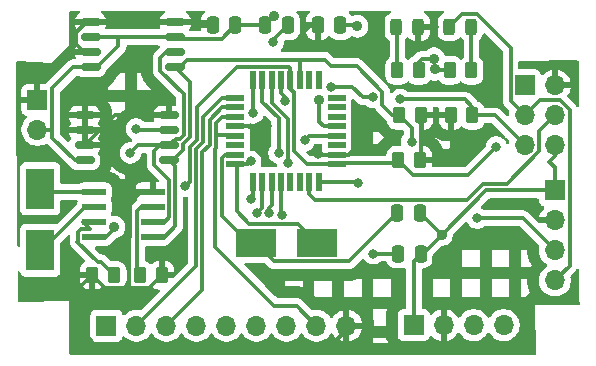
<source format=gbr>
%TF.GenerationSoftware,KiCad,Pcbnew,9.0.0*%
%TF.CreationDate,2025-05-30T17:35:02+05:30*%
%TF.ProjectId,MCU datalogger,4d435520-6461-4746-916c-6f676765722e,1*%
%TF.SameCoordinates,Original*%
%TF.FileFunction,Copper,L1,Top*%
%TF.FilePolarity,Positive*%
%FSLAX46Y46*%
G04 Gerber Fmt 4.6, Leading zero omitted, Abs format (unit mm)*
G04 Created by KiCad (PCBNEW 9.0.0) date 2025-05-30 17:35:02*
%MOMM*%
%LPD*%
G01*
G04 APERTURE LIST*
G04 Aperture macros list*
%AMRoundRect*
0 Rectangle with rounded corners*
0 $1 Rounding radius*
0 $2 $3 $4 $5 $6 $7 $8 $9 X,Y pos of 4 corners*
0 Add a 4 corners polygon primitive as box body*
4,1,4,$2,$3,$4,$5,$6,$7,$8,$9,$2,$3,0*
0 Add four circle primitives for the rounded corners*
1,1,$1+$1,$2,$3*
1,1,$1+$1,$4,$5*
1,1,$1+$1,$6,$7*
1,1,$1+$1,$8,$9*
0 Add four rect primitives between the rounded corners*
20,1,$1+$1,$2,$3,$4,$5,0*
20,1,$1+$1,$4,$5,$6,$7,0*
20,1,$1+$1,$6,$7,$8,$9,0*
20,1,$1+$1,$8,$9,$2,$3,0*%
G04 Aperture macros list end*
%TA.AperFunction,SMDPad,CuDef*%
%ADD10RoundRect,0.250000X-0.250000X-0.475000X0.250000X-0.475000X0.250000X0.475000X-0.250000X0.475000X0*%
%TD*%
%TA.AperFunction,SMDPad,CuDef*%
%ADD11RoundRect,0.243750X-0.243750X-0.456250X0.243750X-0.456250X0.243750X0.456250X-0.243750X0.456250X0*%
%TD*%
%TA.AperFunction,SMDPad,CuDef*%
%ADD12R,1.500000X0.550000*%
%TD*%
%TA.AperFunction,SMDPad,CuDef*%
%ADD13R,0.550000X1.500000*%
%TD*%
%TA.AperFunction,SMDPad,CuDef*%
%ADD14R,2.400000X3.500000*%
%TD*%
%TA.AperFunction,SMDPad,CuDef*%
%ADD15R,3.500000X2.400000*%
%TD*%
%TA.AperFunction,SMDPad,CuDef*%
%ADD16RoundRect,0.250000X0.262500X0.450000X-0.262500X0.450000X-0.262500X-0.450000X0.262500X-0.450000X0*%
%TD*%
%TA.AperFunction,SMDPad,CuDef*%
%ADD17RoundRect,0.250000X0.250000X0.475000X-0.250000X0.475000X-0.250000X-0.475000X0.250000X-0.475000X0*%
%TD*%
%TA.AperFunction,ComponentPad*%
%ADD18R,1.700000X1.700000*%
%TD*%
%TA.AperFunction,ComponentPad*%
%ADD19O,1.700000X1.700000*%
%TD*%
%TA.AperFunction,SMDPad,CuDef*%
%ADD20RoundRect,0.250000X-0.262500X-0.450000X0.262500X-0.450000X0.262500X0.450000X-0.262500X0.450000X0*%
%TD*%
%TA.AperFunction,SMDPad,CuDef*%
%ADD21RoundRect,0.243750X0.243750X0.456250X-0.243750X0.456250X-0.243750X-0.456250X0.243750X-0.456250X0*%
%TD*%
%TA.AperFunction,SMDPad,CuDef*%
%ADD22RoundRect,0.162500X-0.650000X-0.162500X0.650000X-0.162500X0.650000X0.162500X-0.650000X0.162500X0*%
%TD*%
%TA.AperFunction,SMDPad,CuDef*%
%ADD23RoundRect,0.073750X-0.911250X-0.221250X0.911250X-0.221250X0.911250X0.221250X-0.911250X0.221250X0*%
%TD*%
%TA.AperFunction,ViaPad*%
%ADD24C,0.900000*%
%TD*%
%TA.AperFunction,ViaPad*%
%ADD25C,0.800000*%
%TD*%
%TA.AperFunction,Conductor*%
%ADD26C,0.300000*%
%TD*%
%TA.AperFunction,Conductor*%
%ADD27C,0.350000*%
%TD*%
G04 APERTURE END LIST*
D10*
%TO.P,C5,1*%
%TO.N,/Vcc*%
X89540000Y-88265000D03*
%TO.P,C5,2*%
%TO.N,GND*%
X91440000Y-88265000D03*
%TD*%
D11*
%TO.P,D2,1,K*%
%TO.N,Net-(D2-K)*%
X96169000Y-88392000D03*
%TO.P,D2,2,A*%
%TO.N,/Vcc*%
X98044000Y-88392000D03*
%TD*%
D12*
%TO.P,U4,1,PD3*%
%TO.N,/D3*%
X82514000Y-94416371D03*
%TO.P,U4,2,PD4*%
%TO.N,/D4*%
X82514000Y-95216371D03*
%TO.P,U4,3,GND*%
%TO.N,GND*%
X82514000Y-96016371D03*
%TO.P,U4,4,VCC*%
%TO.N,/Vcc*%
X82514000Y-96816371D03*
%TO.P,U4,5,GND*%
%TO.N,GND*%
X82514000Y-97616371D03*
%TO.P,U4,6,VCC*%
%TO.N,unconnected-(U4-VCC-Pad6)*%
X82514000Y-98416371D03*
%TO.P,U4,7,PB6*%
%TO.N,Net-(U4-PB6)*%
X82514000Y-99216371D03*
%TO.P,U4,8,PB7*%
%TO.N,Net-(U4-PB7)*%
X82514000Y-100016371D03*
D13*
%TO.P,U4,9,PD5*%
%TO.N,/D5*%
X84014000Y-101516371D03*
%TO.P,U4,10,PD6*%
%TO.N,/D6*%
X84814000Y-101516371D03*
%TO.P,U4,11,PD7*%
%TO.N,/D7*%
X85614000Y-101516371D03*
%TO.P,U4,12,PB0*%
%TO.N,/D8*%
X86414000Y-101516371D03*
%TO.P,U4,13,PB1*%
%TO.N,unconnected-(U4-PB1-Pad13)*%
X87214000Y-101516371D03*
%TO.P,U4,14,PB2*%
%TO.N,unconnected-(U4-PB2-Pad14)*%
X88014000Y-101516371D03*
%TO.P,U4,15,PB3*%
%TO.N,/MOSI*%
X88814000Y-101516371D03*
%TO.P,U4,16,PB4*%
%TO.N,/MISO*%
X89614000Y-101516371D03*
D12*
%TO.P,U4,17,PB5*%
%TO.N,/SCK*%
X91114000Y-100016371D03*
%TO.P,U4,18,AVCC*%
%TO.N,/Vcc*%
X91114000Y-99216371D03*
%TO.P,U4,19,ADC6*%
%TO.N,unconnected-(U4-ADC6-Pad19)*%
X91114000Y-98416371D03*
%TO.P,U4,20,AREF*%
%TO.N,Net-(U4-AREF)*%
X91114000Y-97616371D03*
%TO.P,U4,21,GND*%
%TO.N,GND*%
X91114000Y-96816371D03*
%TO.P,U4,22,ADC7*%
%TO.N,unconnected-(U4-ADC7-Pad22)*%
X91114000Y-96016371D03*
%TO.P,U4,23,PC0*%
%TO.N,unconnected-(U4-PC0-Pad23)*%
X91114000Y-95216371D03*
%TO.P,U4,24,PC1*%
%TO.N,unconnected-(U4-PC1-Pad24)*%
X91114000Y-94416371D03*
D13*
%TO.P,U4,25,PC2*%
%TO.N,unconnected-(U4-PC2-Pad25)*%
X89614000Y-92916371D03*
%TO.P,U4,26,PC3*%
%TO.N,unconnected-(U4-PC3-Pad26)*%
X88814000Y-92916371D03*
%TO.P,U4,27,PC4*%
%TO.N,/SDA*%
X88014000Y-92916371D03*
%TO.P,U4,28,PC5*%
%TO.N,/SCK*%
X87214000Y-92916371D03*
%TO.P,U4,29,PC6/~{RESET}*%
%TO.N,/RESET*%
X86414000Y-92916371D03*
%TO.P,U4,30,PD0*%
%TO.N,/RX*%
X85614000Y-92916371D03*
%TO.P,U4,31,PD1*%
%TO.N,/TX*%
X84814000Y-92916371D03*
%TO.P,U4,32,PD2*%
%TO.N,/D2*%
X84014000Y-92916371D03*
%TD*%
D14*
%TO.P,Y2,1,1*%
%TO.N,Net-(U3-X2)*%
X66040000Y-107308000D03*
%TO.P,Y2,2,2*%
%TO.N,Net-(U3-X1)*%
X66040000Y-102108000D03*
%TD*%
D15*
%TO.P,Y1,1,1*%
%TO.N,Net-(U4-PB7)*%
X89468000Y-106680000D03*
%TO.P,Y1,2,2*%
%TO.N,Net-(U4-PB6)*%
X84268000Y-106680000D03*
%TD*%
D16*
%TO.P,R1,2*%
%TO.N,/Vcc*%
X70421500Y-109410500D03*
%TO.P,R1,1*%
%TO.N,Net-(U3-~{INTA})*%
X72246500Y-109410500D03*
%TD*%
D17*
%TO.P,C4,2*%
%TO.N,Net-(U4-AREF)*%
X96332000Y-107594400D03*
%TO.P,C4,1*%
%TO.N,GND*%
X98232000Y-107594400D03*
%TD*%
D16*
%TO.P,R4,1*%
%TO.N,/Vcc*%
X98251000Y-95885000D03*
%TO.P,R4,2*%
%TO.N,/SDA*%
X96426000Y-95885000D03*
%TD*%
%TO.P,R3,1*%
%TO.N,/Vcc*%
X98171000Y-99695000D03*
%TO.P,R3,2*%
%TO.N,/SCK*%
X96346000Y-99695000D03*
%TD*%
D18*
%TO.P,J1,1,Pin_1*%
%TO.N,GND*%
X109601000Y-102235000D03*
D19*
%TO.P,J1,2,Pin_2*%
%TO.N,/Vcc*%
X109601000Y-104775000D03*
%TO.P,J1,3,Pin_3*%
%TO.N,/SDA*%
X109601000Y-107315000D03*
%TO.P,J1,4,Pin_4*%
%TO.N,/SCK*%
X109601000Y-109855000D03*
%TD*%
D18*
%TO.P,J4,1,Pin_1*%
%TO.N,/MISO*%
X107061000Y-93345000D03*
D19*
%TO.P,J4,2,Pin_2*%
%TO.N,/Vcc*%
X109601000Y-93345000D03*
%TO.P,J4,3,Pin_3*%
%TO.N,/SCK*%
X107061000Y-95885000D03*
%TO.P,J4,4,Pin_4*%
%TO.N,/MOSI*%
X109601000Y-95885000D03*
%TO.P,J4,5,Pin_5*%
%TO.N,/RESET*%
X107061000Y-98425000D03*
%TO.P,J4,6,Pin_6*%
%TO.N,GND*%
X109601000Y-98425000D03*
%TD*%
D10*
%TO.P,C1,1*%
%TO.N,/Vcc*%
X80650000Y-88265000D03*
%TO.P,C1,2*%
%TO.N,GND*%
X82550000Y-88265000D03*
%TD*%
D20*
%TO.P,R5,1*%
%TO.N,GND*%
X100711000Y-92075000D03*
%TO.P,R5,2*%
%TO.N,Net-(D1-K)*%
X102536000Y-92075000D03*
%TD*%
D21*
%TO.P,D1,1,K*%
%TO.N,Net-(D1-K)*%
X102537500Y-88392000D03*
%TO.P,D1,2,A*%
%TO.N,/SCK*%
X100662500Y-88392000D03*
%TD*%
D18*
%TO.P,J2,1,Pin_1*%
%TO.N,GND*%
X97647600Y-113639600D03*
D19*
%TO.P,J2,2,Pin_2*%
%TO.N,/Vcc*%
X100187600Y-113639600D03*
%TO.P,J2,3,Pin_3*%
%TO.N,/RX*%
X102727600Y-113639600D03*
%TO.P,J2,4,Pin_4*%
%TO.N,/TX*%
X105267600Y-113639600D03*
%TD*%
D10*
%TO.P,C3,1*%
%TO.N,GND*%
X85090000Y-88265000D03*
%TO.P,C3,2*%
%TO.N,Net-(U4-PB7)*%
X86990000Y-88265000D03*
%TD*%
D22*
%TO.P,U1,1,A0*%
%TO.N,/Vcc*%
X69780597Y-95885000D03*
%TO.P,U1,2,A1*%
X69780597Y-97155000D03*
%TO.P,U1,3,A2*%
X69780597Y-98425000D03*
%TO.P,U1,4,GND*%
%TO.N,GND*%
X69780597Y-99695000D03*
%TO.P,U1,5,SDA*%
%TO.N,/SDA*%
X76955597Y-99695000D03*
%TO.P,U1,6,SCL*%
%TO.N,/SCK*%
X76955597Y-98425000D03*
%TO.P,U1,7,WP*%
%TO.N,GND*%
X76955597Y-97155000D03*
%TO.P,U1,8,VCC*%
%TO.N,/Vcc*%
X76955597Y-95885000D03*
%TD*%
D20*
%TO.P,R7,1*%
%TO.N,Net-(D2-K)*%
X96266000Y-92075000D03*
%TO.P,R7,2*%
%TO.N,GND*%
X98091000Y-92075000D03*
%TD*%
D22*
%TO.P,U2,1,A0*%
%TO.N,/Vcc*%
X70288597Y-88011000D03*
%TO.P,U2,2,A1*%
%TO.N,GND*%
X70288597Y-89281000D03*
%TO.P,U2,3,A2*%
%TO.N,/Vcc*%
X70288597Y-90551000D03*
%TO.P,U2,4,GND*%
%TO.N,GND*%
X70288597Y-91821000D03*
%TO.P,U2,5,SDA*%
%TO.N,/SDA*%
X77463597Y-91821000D03*
%TO.P,U2,6,SCL*%
%TO.N,/SCK*%
X77463597Y-90551000D03*
%TO.P,U2,7,WP*%
%TO.N,GND*%
X77463597Y-89281000D03*
%TO.P,U2,8,VCC*%
%TO.N,/Vcc*%
X77463597Y-88011000D03*
%TD*%
D16*
%TO.P,R2,1*%
%TO.N,/Vcc*%
X76334000Y-109410500D03*
%TO.P,R2,2*%
%TO.N,Net-(U3-SQW{slash}~INT)*%
X74509000Y-109410500D03*
%TD*%
D18*
%TO.P,J3,1,Pin_1*%
%TO.N,/D2*%
X71628000Y-113690400D03*
D19*
%TO.P,J3,2,Pin_2*%
%TO.N,/D3*%
X74168000Y-113690400D03*
%TO.P,J3,3,Pin_3*%
%TO.N,/D4*%
X76708000Y-113690400D03*
%TO.P,J3,4,Pin_4*%
%TO.N,/D5*%
X79248000Y-113690400D03*
%TO.P,J3,5,Pin_5*%
%TO.N,/D6*%
X81788000Y-113690400D03*
%TO.P,J3,6,Pin_6*%
%TO.N,/D7*%
X84328000Y-113690400D03*
%TO.P,J3,7,Pin_7*%
%TO.N,/D8*%
X86868000Y-113690400D03*
%TO.P,J3,8,Pin_8*%
%TO.N,GND*%
X89408000Y-113690400D03*
%TO.P,J3,9,Pin_9*%
%TO.N,/Vcc*%
X91948000Y-113690400D03*
%TD*%
D23*
%TO.P,U3,1,X1*%
%TO.N,Net-(U3-X1)*%
X70612000Y-102362000D03*
%TO.P,U3,2,X2*%
%TO.N,Net-(U3-X2)*%
X70612000Y-103632000D03*
%TO.P,U3,3,~{INTA}*%
%TO.N,Net-(U3-~{INTA})*%
X70612000Y-104902000D03*
%TO.P,U3,4,GND*%
%TO.N,GND*%
X70612000Y-106172000D03*
%TO.P,U3,5,SDA*%
%TO.N,/SDA*%
X75562000Y-106172000D03*
%TO.P,U3,6,SCL*%
%TO.N,/SCK*%
X75562000Y-104902000D03*
%TO.P,U3,7,SQW/~INT*%
%TO.N,Net-(U3-SQW{slash}~INT)*%
X75562000Y-103632000D03*
%TO.P,U3,8,VCC*%
%TO.N,/Vcc*%
X75562000Y-102362000D03*
%TD*%
D20*
%TO.P,R6,1*%
%TO.N,/Vcc*%
X100791000Y-95885000D03*
%TO.P,R6,2*%
%TO.N,/RESET*%
X102616000Y-95885000D03*
%TD*%
D17*
%TO.P,C2,1*%
%TO.N,GND*%
X98166000Y-104140000D03*
%TO.P,C2,2*%
%TO.N,Net-(U4-PB6)*%
X96266000Y-104140000D03*
%TD*%
D18*
%TO.P,BT1,1,+*%
%TO.N,/Vcc*%
X65786000Y-94564200D03*
D19*
%TO.P,BT1,2,-*%
%TO.N,GND*%
X65786000Y-97104200D03*
%TD*%
D24*
%TO.N,GND*%
X85844805Y-87458368D03*
D25*
%TO.N,/Vcc*%
X85217000Y-96774000D03*
X89535000Y-99149000D03*
X99364800Y-88392000D03*
X92837000Y-97409000D03*
X87985600Y-90119200D03*
%TO.N,/RESET*%
X96520000Y-94535000D03*
X86750000Y-94667880D03*
%TO.N,Net-(U4-AREF)*%
X88400000Y-98000000D03*
%TO.N,/TX*%
X86233000Y-99060000D03*
%TO.N,/RX*%
X86995000Y-99949000D03*
D24*
%TO.N,GND*%
X100010000Y-105984000D03*
X92862400Y-88341200D03*
X99466400Y-91998800D03*
X99364800Y-91084400D03*
X72263971Y-105350581D03*
D25*
X74168000Y-97028000D03*
D24*
%TO.N,/Vcc*%
X101600000Y-99568000D03*
D25*
%TO.N,Net-(U4-PB7)*%
X85750400Y-89712800D03*
X83845354Y-99782109D03*
%TO.N,Net-(U4-AREF)*%
X94234000Y-107594400D03*
%TO.N,/SCK*%
X73660000Y-99060000D03*
X78319097Y-101854000D03*
X104648000Y-98552000D03*
%TO.N,/SDA*%
X97476930Y-98144666D03*
X103009043Y-104587685D03*
%TO.N,/D2*%
X84048600Y-95681800D03*
%TO.N,/D5*%
X83858000Y-103002066D03*
%TO.N,/D6*%
X84366000Y-104137934D03*
%TO.N,/D7*%
X85415996Y-104141568D03*
%TO.N,/D8*%
X86456847Y-104279895D03*
%TO.N,/RESET*%
X94196000Y-94361000D03*
X90678000Y-93472000D03*
%TO.N,/MISO*%
X92964000Y-101600000D03*
D24*
%TO.N,GND*%
X89663998Y-94595830D03*
%TD*%
D26*
%TO.N,/SCK*%
X110852000Y-108604000D02*
X110852000Y-95437529D01*
X109601000Y-109855000D02*
X110852000Y-108604000D01*
X110010471Y-94596000D02*
X108350000Y-94596000D01*
X108350000Y-94596000D02*
X107061000Y-95885000D01*
X110852000Y-95437529D02*
X110010471Y-94596000D01*
D27*
%TO.N,GND*%
X103759000Y-102235000D02*
X100010000Y-105984000D01*
D26*
%TO.N,/MOSI*%
X88814000Y-102566371D02*
X88814000Y-101516371D01*
X102166828Y-103014000D02*
X89261629Y-103014000D01*
X103520828Y-101660000D02*
X102166828Y-103014000D01*
X105524471Y-101660000D02*
X103520828Y-101660000D01*
X109601000Y-95885000D02*
X108262000Y-97224000D01*
X108262000Y-97224000D02*
X108262000Y-98922471D01*
%TO.N,/SDA*%
X109601000Y-107315000D02*
X106873685Y-104587685D01*
D27*
%TO.N,GND*%
X109601000Y-102235000D02*
X103759000Y-102235000D01*
D26*
%TO.N,/MOSI*%
X108262000Y-98922471D02*
X105524471Y-101660000D01*
X89261629Y-103014000D02*
X88814000Y-102566371D01*
%TO.N,/SDA*%
X106873685Y-104587685D02*
X103009043Y-104587685D01*
D27*
%TO.N,GND*%
X85844805Y-87510195D02*
X85090000Y-88265000D01*
X85844805Y-87458368D02*
X85844805Y-87510195D01*
X97647600Y-113639600D02*
X97647600Y-108178800D01*
X97647600Y-108178800D02*
X98232000Y-107594400D01*
D26*
%TO.N,Net-(U4-AREF)*%
X88400711Y-98000000D02*
X88784340Y-97616371D01*
X88400000Y-98000000D02*
X88400711Y-98000000D01*
X88784340Y-97616371D02*
X91114000Y-97616371D01*
%TO.N,/SCK*%
X87214000Y-93647782D02*
X87214000Y-92916371D01*
X87500000Y-93933782D02*
X87214000Y-93647782D01*
X87500000Y-98918371D02*
X87500000Y-93933782D01*
X88598000Y-100016371D02*
X87500000Y-98918371D01*
X91114000Y-100016371D02*
X88598000Y-100016371D01*
%TO.N,/RX*%
X87028463Y-99153940D02*
X87028463Y-99915537D01*
X87028463Y-99915537D02*
X86995000Y-99949000D01*
X87000000Y-99125478D02*
X87028463Y-99153940D01*
X87000000Y-96205529D02*
X87000000Y-99125478D01*
X85614000Y-94819529D02*
X87000000Y-96205529D01*
X85614000Y-92916371D02*
X85614000Y-94819529D01*
%TO.N,/RESET*%
X86750000Y-94310218D02*
X86750000Y-94667880D01*
X86414000Y-92916371D02*
X86414000Y-93974218D01*
X86414000Y-93974218D02*
X86750000Y-94310218D01*
D27*
%TO.N,GND*%
X67057000Y-97104200D02*
X67062000Y-97109200D01*
X65786000Y-97104200D02*
X67057000Y-97104200D01*
X67062000Y-97788902D02*
X68968098Y-99695000D01*
X68968098Y-99695000D02*
X69780597Y-99695000D01*
X67062000Y-97109200D02*
X67062000Y-97788902D01*
X68834000Y-91821000D02*
X67062000Y-93593000D01*
X67062000Y-93593000D02*
X67062000Y-97109200D01*
X70288597Y-91821000D02*
X68834000Y-91821000D01*
X80838000Y-107052000D02*
X85794000Y-112008000D01*
X85794000Y-112008000D02*
X87725600Y-112008000D01*
X80932600Y-98647055D02*
X80838000Y-98741655D01*
X80838000Y-98741655D02*
X80838000Y-107052000D01*
X87725600Y-112008000D02*
X89408000Y-113690400D01*
X80932600Y-97598298D02*
X80932600Y-98647055D01*
X80944098Y-97586800D02*
X80932600Y-97598298D01*
%TO.N,/Vcc*%
X69463000Y-110369000D02*
X70421500Y-109410500D01*
X69463000Y-114065400D02*
X69463000Y-110369000D01*
X91948000Y-114077400D02*
X90811000Y-115214400D01*
X90811000Y-115214400D02*
X70612000Y-115214400D01*
X70612000Y-115214400D02*
X69463000Y-114065400D01*
X91948000Y-113690400D02*
X91948000Y-114077400D01*
D26*
%TO.N,/D4*%
X79756000Y-110642400D02*
X77114400Y-113284000D01*
X79756000Y-99010482D02*
X79756000Y-110642400D01*
X80357600Y-98408882D02*
X79756000Y-99010482D01*
X81423828Y-95216371D02*
X80357600Y-96282599D01*
X80357600Y-96282599D02*
X80357600Y-98408882D01*
X82514000Y-95216371D02*
X81423828Y-95216371D01*
%TO.N,/D3*%
X79819099Y-96041866D02*
X81444595Y-94416371D01*
X81444595Y-94416371D02*
X82514000Y-94416371D01*
X79819099Y-98169567D02*
X79819099Y-96041866D01*
X79219097Y-108639303D02*
X79219097Y-98769569D01*
X74168000Y-113690400D02*
X79219097Y-108639303D01*
X79219097Y-98769569D02*
X79819099Y-98169567D01*
D27*
%TO.N,/Vcc*%
X75208000Y-110536500D02*
X76334000Y-109410500D01*
X71547500Y-110536500D02*
X75208000Y-110536500D01*
X70421500Y-109410500D02*
X71547500Y-110536500D01*
D26*
%TO.N,Net-(U3-~{INTA})*%
X69226000Y-106542000D02*
X69215000Y-106553000D01*
X69502058Y-105476000D02*
X69226000Y-105752058D01*
X69226000Y-105752058D02*
X69226000Y-106542000D01*
X69627000Y-104902000D02*
X70201000Y-105476000D01*
X70612000Y-104902000D02*
X69627000Y-104902000D01*
X70201000Y-105476000D02*
X69502058Y-105476000D01*
%TO.N,/SDA*%
X78719097Y-93076500D02*
X77463597Y-91821000D01*
X78119097Y-98313933D02*
X78719097Y-97713933D01*
X78119097Y-98804702D02*
X78119097Y-98313933D01*
X78719097Y-97713933D02*
X78719097Y-93076500D01*
X76955597Y-99695000D02*
X77228799Y-99695000D01*
X77228799Y-99695000D02*
X78119097Y-98804702D01*
%TO.N,/SCK*%
X78669097Y-98541751D02*
X78669097Y-101504000D01*
X79269097Y-97941751D02*
X78669097Y-98541751D01*
X79269097Y-95179691D02*
X79269097Y-97941751D01*
X87101629Y-91754000D02*
X82694788Y-91754000D01*
X87214000Y-91866371D02*
X87101629Y-91754000D01*
X78669097Y-101504000D02*
X78319097Y-101854000D01*
X87214000Y-92916371D02*
X87214000Y-91866371D01*
X82694788Y-91754000D02*
X79269097Y-95179691D01*
%TO.N,/D3*%
X74168000Y-113690400D02*
X74354580Y-113690400D01*
%TO.N,Net-(U4-PB6)*%
X81682802Y-99216371D02*
X82514000Y-99216371D01*
X81413000Y-104375000D02*
X81413000Y-99486173D01*
X83718000Y-106680000D02*
X81413000Y-104375000D01*
X81413000Y-99486173D02*
X81682802Y-99216371D01*
X84268000Y-106680000D02*
X83718000Y-106680000D01*
%TO.N,/SCK*%
X76200000Y-91002098D02*
X76651098Y-90551000D01*
X78206600Y-94107206D02*
X76200000Y-92100606D01*
X77843509Y-97881000D02*
X78206600Y-97517909D01*
X77499597Y-97881000D02*
X77843509Y-97881000D01*
X76955597Y-98425000D02*
X77499597Y-97881000D01*
X76651098Y-90551000D02*
X77463597Y-90551000D01*
X76200000Y-92100606D02*
X76200000Y-91002098D01*
X78206600Y-97517909D02*
X78206600Y-94107206D01*
D27*
%TO.N,GND*%
X82514000Y-97616371D02*
X82484429Y-97586800D01*
X82484429Y-97586800D02*
X80944098Y-97586800D01*
X80944098Y-97123469D02*
X80944098Y-97586800D01*
D26*
%TO.N,/D2*%
X84014000Y-95647200D02*
X84048600Y-95681800D01*
X84014000Y-92916371D02*
X84014000Y-95647200D01*
%TO.N,Net-(U4-AREF)*%
X96332000Y-107594400D02*
X94234000Y-107594400D01*
D27*
%TO.N,GND*%
X98399600Y-107594400D02*
X100010000Y-105984000D01*
X98232000Y-107594400D02*
X98399600Y-107594400D01*
X98166000Y-104140000D02*
X100010000Y-105984000D01*
D26*
%TO.N,/Vcc*%
X88874600Y-88265000D02*
X89540000Y-88265000D01*
X87985600Y-89154000D02*
X88874600Y-88265000D01*
X87985600Y-90119200D02*
X87985600Y-89154000D01*
D27*
%TO.N,GND*%
X92786200Y-88265000D02*
X92862400Y-88341200D01*
X91440000Y-88265000D02*
X92786200Y-88265000D01*
D26*
%TO.N,/SDA*%
X92811771Y-91680400D02*
X90630718Y-91680400D01*
X94996000Y-93864629D02*
X92811771Y-91680400D01*
X94996000Y-95035370D02*
X94996000Y-93864629D01*
X96426000Y-95885000D02*
X95845630Y-95885000D01*
X95845630Y-95885000D02*
X94996000Y-95035370D01*
X90630718Y-91680400D02*
X90136318Y-91186000D01*
X90136318Y-91186000D02*
X88011000Y-91186000D01*
%TO.N,Net-(U4-PB7)*%
X85750400Y-89504600D02*
X85750400Y-89712800D01*
X86990000Y-88265000D02*
X85750400Y-89504600D01*
%TO.N,/Vcc*%
X99364800Y-88392000D02*
X98044000Y-88392000D01*
D27*
%TO.N,GND*%
X98381600Y-91084400D02*
X99364800Y-91084400D01*
X98091000Y-92075000D02*
X98091000Y-91375000D01*
X98091000Y-91375000D02*
X98381600Y-91084400D01*
X99542600Y-92075000D02*
X99466400Y-91998800D01*
X100711000Y-92075000D02*
X99542600Y-92075000D01*
D26*
%TO.N,/SDA*%
X97476930Y-96935930D02*
X96426000Y-95885000D01*
X97476930Y-98144666D02*
X97476930Y-96935930D01*
%TO.N,/TX*%
X86233000Y-96145635D02*
X86233000Y-99060000D01*
X84814000Y-94726635D02*
X86233000Y-96145635D01*
X84814000Y-92916371D02*
X84814000Y-94726635D01*
%TO.N,/Vcc*%
X85174629Y-96816371D02*
X85217000Y-96774000D01*
X82514000Y-96816371D02*
X85174629Y-96816371D01*
D27*
%TO.N,GND*%
X90014000Y-96816371D02*
X89663998Y-96466369D01*
X89663998Y-96466369D02*
X89663998Y-94595830D01*
X89755227Y-94648773D02*
X89716941Y-94648773D01*
X89755227Y-94648773D02*
X89716941Y-94648773D01*
X91114000Y-96816371D02*
X90014000Y-96816371D01*
D26*
%TO.N,/SCK*%
X91114000Y-100016371D02*
X91046629Y-99949000D01*
%TO.N,/RESET*%
X92456000Y-93472000D02*
X93345000Y-94361000D01*
X93345000Y-94361000D02*
X94196000Y-94361000D01*
X90678000Y-93472000D02*
X92456000Y-93472000D01*
%TO.N,/Vcc*%
X92456002Y-98924371D02*
X92837000Y-98543373D01*
X92837000Y-98543373D02*
X92837000Y-97409000D01*
X92837000Y-98543373D02*
X92837000Y-97409000D01*
X92164002Y-99216371D02*
X92837000Y-98543373D01*
%TO.N,/SDA*%
X88014000Y-91189000D02*
X88011000Y-91186000D01*
X88014000Y-92916371D02*
X88014000Y-91189000D01*
X88011000Y-91186000D02*
X78486000Y-91186000D01*
X77851000Y-91821000D02*
X77463597Y-91821000D01*
X78486000Y-91186000D02*
X77851000Y-91821000D01*
D27*
%TO.N,GND*%
X72644000Y-90043000D02*
X72644000Y-89281000D01*
X70866000Y-91821000D02*
X72644000Y-90043000D01*
X70288597Y-91821000D02*
X70866000Y-91821000D01*
D26*
%TO.N,Net-(U3-X1)*%
X66294000Y-102362000D02*
X66040000Y-102108000D01*
X70612000Y-102362000D02*
X66294000Y-102362000D01*
%TO.N,Net-(U3-X2)*%
X66174000Y-107308000D02*
X66040000Y-107308000D01*
X69850000Y-103632000D02*
X66174000Y-107308000D01*
X70612000Y-103632000D02*
X69850000Y-103632000D01*
%TO.N,Net-(U3-~{INTA})*%
X72246500Y-109410500D02*
X71145500Y-108309500D01*
X71145500Y-108309500D02*
X70943558Y-108309500D01*
%TO.N,/Vcc*%
X92164002Y-99216371D02*
X91114000Y-99216371D01*
X92456002Y-98924371D02*
X92164002Y-99216371D01*
X92456002Y-98924371D02*
X92456000Y-98924371D01*
D27*
%TO.N,GND*%
X72232868Y-105435244D02*
X72238233Y-105429879D01*
X72263487Y-105352209D02*
X72263658Y-105352038D01*
X77598597Y-89416000D02*
X81399000Y-89416000D01*
X72181072Y-105530929D02*
X72181190Y-105530811D01*
X72180241Y-105532170D02*
X72180241Y-105532104D01*
X72180395Y-105531886D02*
X72180543Y-105531738D01*
X72173728Y-105541404D02*
X72173728Y-105541239D01*
X72190068Y-105516961D02*
X72197835Y-105509194D01*
X72163475Y-105555450D02*
X72164202Y-105554723D01*
X72181962Y-105529667D02*
X72182040Y-105529589D01*
X72180685Y-105531535D02*
X72180685Y-105531477D01*
X72232868Y-105442474D02*
X72232868Y-105435244D01*
X72170419Y-105545826D02*
X72170940Y-105545305D01*
X72181962Y-105529701D02*
X72181962Y-105529667D01*
X72262611Y-105355123D02*
X72262980Y-105354754D01*
X72169324Y-105547343D02*
X72169880Y-105546787D01*
X72180241Y-105532104D02*
X72180395Y-105531950D01*
X72176923Y-105536897D02*
X72176923Y-105536777D01*
X72263791Y-105351191D02*
X72263893Y-105351089D01*
X72177762Y-105535598D02*
X72178020Y-105535340D01*
X72181190Y-105530811D02*
X72181190Y-105530762D01*
X72180949Y-105531102D02*
X72181072Y-105530979D01*
X72213054Y-105476352D02*
X72220194Y-105469212D01*
X72261546Y-105360270D02*
X72261546Y-105358601D01*
X72182040Y-105529589D02*
X72182040Y-105528877D01*
X72166915Y-105550931D02*
X72166915Y-105550680D01*
X72167545Y-105550050D02*
X72167545Y-105549807D01*
X72181881Y-105529782D02*
X72181962Y-105529701D01*
X80944099Y-96509272D02*
X80944098Y-97123469D01*
X72168157Y-105548960D02*
X72168749Y-105548368D01*
X72170419Y-105546033D02*
X72170419Y-105545826D01*
X72165598Y-105552506D02*
X72166266Y-105551838D01*
X72263266Y-105352949D02*
X72263487Y-105352728D01*
X72175637Y-105538576D02*
X72175977Y-105538236D01*
X72263791Y-105351502D02*
X72263791Y-105351191D01*
X72205550Y-105496216D02*
X72205550Y-105490318D01*
X72181612Y-105530162D02*
X72181706Y-105530068D01*
X81437000Y-96016371D02*
X80944099Y-96509272D01*
X72178267Y-105534988D02*
X72178267Y-105534887D01*
X72177493Y-105536088D02*
X72177493Y-105535975D01*
X72171445Y-105544404D02*
X72171933Y-105543916D01*
X72174534Y-105540272D02*
X72174534Y-105540115D01*
X72242905Y-105418121D02*
X72242905Y-105411374D01*
X72175283Y-105539217D02*
X72175283Y-105539071D01*
X72263266Y-105353615D02*
X72263266Y-105352949D01*
X77463597Y-89281000D02*
X77598597Y-89416000D01*
X72172406Y-105543074D02*
X72172862Y-105542618D01*
X72180820Y-105531286D02*
X72180949Y-105531157D01*
X72238233Y-105422793D02*
X72242905Y-105418121D01*
X72176620Y-105537327D02*
X72176620Y-105537200D01*
X72242905Y-105411374D02*
X72246898Y-105407381D01*
X72169880Y-105546572D02*
X72170419Y-105546033D01*
X72263658Y-105351635D02*
X72263791Y-105351502D01*
X72180395Y-105531950D02*
X72180395Y-105531886D01*
X72165598Y-105552772D02*
X72165598Y-105552506D01*
X72177214Y-105536486D02*
X72177214Y-105536367D01*
X72171933Y-105543729D02*
X72172406Y-105543256D01*
X72259845Y-105366552D02*
X72259845Y-105364030D01*
X82514000Y-96016371D02*
X81437000Y-96016371D01*
X72181706Y-105530029D02*
X72181795Y-105529940D01*
X72182040Y-105528877D02*
X72190068Y-105520849D01*
X72263893Y-105351089D02*
X72263893Y-105350847D01*
X72181410Y-105530449D02*
X72181513Y-105530346D01*
X72238233Y-105429879D02*
X72238233Y-105422793D01*
X72177214Y-105536367D02*
X72177493Y-105536088D01*
X72197835Y-105503931D02*
X72205550Y-105496216D01*
X72179159Y-105533718D02*
X72179159Y-105533631D01*
X72178020Y-105535235D02*
X72178267Y-105534988D01*
X72181795Y-105529940D02*
X72181795Y-105529903D01*
X72179735Y-105532819D02*
X72179912Y-105532642D01*
X72166266Y-105551580D02*
X72166915Y-105550931D01*
X72250255Y-105392130D02*
X72253037Y-105389348D01*
X72177493Y-105535975D02*
X72177762Y-105535706D01*
X72255316Y-105382090D02*
X72255316Y-105377787D01*
X72197835Y-105509194D02*
X72197835Y-105503931D01*
X72172862Y-105542441D02*
X72173302Y-105542001D01*
X72257166Y-105375937D02*
X72257166Y-105372286D01*
X72181410Y-105530495D02*
X72181410Y-105530449D01*
X72174915Y-105539734D02*
X72174915Y-105539585D01*
X72179552Y-105533156D02*
X72179552Y-105533077D01*
X72176305Y-105537642D02*
X72176620Y-105537327D01*
X72261546Y-105358601D02*
X72262141Y-105358006D01*
X72178732Y-105534326D02*
X72178732Y-105534233D01*
X76955597Y-97155000D02*
X74295000Y-97155000D01*
X72175977Y-105538236D02*
X72175977Y-105538100D01*
X72263893Y-105350847D02*
X72263971Y-105350769D01*
X70612000Y-106172000D02*
X71597000Y-106172000D01*
X72163475Y-105605525D02*
X72163475Y-105555450D01*
X72180685Y-105531477D02*
X72180820Y-105531342D01*
X72174138Y-105540668D02*
X72174534Y-105540272D01*
X70288597Y-89281000D02*
X72644000Y-89281000D01*
X72226833Y-105448509D02*
X72232868Y-105442474D01*
X72246898Y-105407381D02*
X72246898Y-105401130D01*
X72263658Y-105352038D02*
X72263658Y-105351635D01*
X72170940Y-105545105D02*
X72171445Y-105544600D01*
X72168749Y-105548368D02*
X72168749Y-105548140D01*
X72253037Y-105389348D02*
X72253037Y-105384369D01*
X72250255Y-105397773D02*
X72250255Y-105392130D01*
X71597000Y-106172000D02*
X72163475Y-105605525D01*
X72220194Y-105469212D02*
X72220194Y-105462314D01*
X72259845Y-105364030D02*
X72260794Y-105363081D01*
X72176305Y-105537772D02*
X72176305Y-105537642D01*
X72168157Y-105549195D02*
X72168157Y-105548960D01*
X72169324Y-105547565D02*
X72169324Y-105547343D01*
X72181072Y-105530979D02*
X72181072Y-105530929D01*
X74295000Y-97155000D02*
X74168000Y-97028000D01*
X72164202Y-105554442D02*
X72164910Y-105553734D01*
X72164910Y-105553460D02*
X72165598Y-105552772D01*
X72178950Y-105534015D02*
X72178950Y-105533927D01*
X72179159Y-105533631D02*
X72179360Y-105533430D01*
X72172406Y-105543256D02*
X72172406Y-105543074D01*
X72181795Y-105529903D02*
X72181881Y-105529817D01*
X72262980Y-105353901D02*
X72263266Y-105353615D01*
X72180820Y-105531342D02*
X72180820Y-105531286D01*
X72173302Y-105541830D02*
X72173728Y-105541404D01*
X72180949Y-105531157D02*
X72180949Y-105531102D01*
X72178732Y-105534233D02*
X72178950Y-105534015D01*
X72257166Y-105372286D02*
X72258654Y-105370798D01*
X72263487Y-105352728D02*
X72263487Y-105352209D01*
X72179360Y-105533348D02*
X72179552Y-105533156D01*
X72175637Y-105538717D02*
X72175637Y-105538576D01*
X72180543Y-105531738D02*
X72180543Y-105531677D01*
X72262141Y-105358006D02*
X72262141Y-105356665D01*
X72246898Y-105401130D02*
X72250255Y-105397773D01*
X72262980Y-105354754D02*
X72262980Y-105353901D01*
X72176923Y-105536777D02*
X72177214Y-105536486D01*
X72174138Y-105540829D02*
X72174138Y-105540668D01*
X72226833Y-105455675D02*
X72226833Y-105448509D01*
X72164202Y-105554723D02*
X72164202Y-105554442D01*
X72181303Y-105530602D02*
X72181410Y-105530495D01*
X72178020Y-105535340D02*
X72178020Y-105535235D01*
X72179360Y-105533430D02*
X72179360Y-105533348D01*
X72181513Y-105530346D02*
X72181513Y-105530303D01*
X72167545Y-105549807D02*
X72168157Y-105549195D01*
X72170940Y-105545305D02*
X72170940Y-105545105D01*
X72258654Y-105370798D02*
X72258654Y-105367743D01*
X72178267Y-105534887D02*
X72178505Y-105534649D01*
X72262611Y-105356195D02*
X72262611Y-105355123D01*
X72172862Y-105542618D02*
X72172862Y-105542441D01*
X72173728Y-105541239D02*
X72174138Y-105540829D01*
X72181513Y-105530303D02*
X72181612Y-105530204D01*
X81399000Y-89416000D02*
X82550000Y-88265000D01*
X72190068Y-105520849D02*
X72190068Y-105516961D01*
X72178505Y-105534649D02*
X72178505Y-105534553D01*
X72176620Y-105537200D02*
X72176923Y-105536897D01*
X72181881Y-105529817D02*
X72181881Y-105529782D01*
X72180080Y-105532331D02*
X72180241Y-105532170D01*
X72181190Y-105530762D02*
X72181303Y-105530649D01*
X72253037Y-105384369D02*
X72255316Y-105382090D01*
X72255316Y-105377787D02*
X72257166Y-105375937D01*
X72181706Y-105530068D02*
X72181706Y-105530029D01*
X72260794Y-105361022D02*
X72261546Y-105360270D01*
X72213054Y-105482814D02*
X72213054Y-105476352D01*
X72181303Y-105530649D02*
X72181303Y-105530602D01*
X72177762Y-105535706D02*
X72177762Y-105535598D01*
X72263971Y-105350769D02*
X72263971Y-105350581D01*
X72179735Y-105532894D02*
X72179735Y-105532819D01*
X72180543Y-105531677D02*
X72180685Y-105531535D01*
X72179912Y-105532642D02*
X72179912Y-105532569D01*
X72164910Y-105553734D02*
X72164910Y-105553460D01*
X72174534Y-105540115D02*
X72174915Y-105539734D01*
X72258654Y-105367743D02*
X72259845Y-105366552D01*
X72260794Y-105363081D02*
X72260794Y-105361022D01*
X72175977Y-105538100D02*
X72176305Y-105537772D01*
X72180080Y-105532401D02*
X72180080Y-105532331D01*
X72166915Y-105550680D02*
X72167545Y-105550050D01*
X72262141Y-105356665D02*
X72262611Y-105356195D01*
X72169880Y-105546787D02*
X72169880Y-105546572D01*
X72178505Y-105534553D02*
X72178732Y-105534326D01*
X72220194Y-105462314D02*
X72226833Y-105455675D01*
X72173302Y-105542001D02*
X72173302Y-105541830D01*
X72181612Y-105530204D02*
X72181612Y-105530162D01*
X72179552Y-105533077D02*
X72179735Y-105532894D01*
X72175283Y-105539071D02*
X72175637Y-105538717D01*
X72166266Y-105551838D02*
X72166266Y-105551580D01*
X72168749Y-105548140D02*
X72169324Y-105547565D01*
X72205550Y-105490318D02*
X72213054Y-105482814D01*
X72171445Y-105544600D02*
X72171445Y-105544404D01*
X72179912Y-105532569D02*
X72180080Y-105532401D01*
X82550000Y-88265000D02*
X85090000Y-88265000D01*
X72178950Y-105533927D02*
X72179159Y-105533718D01*
X72171933Y-105543916D02*
X72171933Y-105543729D01*
X72174915Y-105539585D02*
X72175283Y-105539217D01*
X72644000Y-89281000D02*
X77463597Y-89281000D01*
%TO.N,/Vcc*%
X70288597Y-88011000D02*
X69909329Y-88011000D01*
X69780597Y-95885000D02*
X69780597Y-98425000D01*
X101473000Y-99695000D02*
X101600000Y-99568000D01*
X69909329Y-88011000D02*
X69050097Y-88870232D01*
X69780597Y-98425000D02*
X72320597Y-95885000D01*
X75562000Y-102362000D02*
X74577000Y-102362000D01*
X72320597Y-95885000D02*
X76955597Y-95885000D01*
X73650000Y-103289000D02*
X73650000Y-106182000D01*
X69050097Y-88870232D02*
X69050097Y-89878097D01*
X73570500Y-110447000D02*
X73660000Y-110536500D01*
X69723000Y-90551000D02*
X70288597Y-90551000D01*
X98301930Y-99564070D02*
X98301930Y-95935930D01*
X100791000Y-95885000D02*
X98251000Y-95885000D01*
X77463597Y-88011000D02*
X80396000Y-88011000D01*
X73570500Y-106261500D02*
X73570500Y-110447000D01*
X98171000Y-99695000D02*
X101473000Y-99695000D01*
X98171000Y-99695000D02*
X98301930Y-99564070D01*
X98301930Y-95935930D02*
X98251000Y-95885000D01*
X76334000Y-109410500D02*
X76056500Y-109410500D01*
X80396000Y-88011000D02*
X80650000Y-88265000D01*
X69050097Y-89878097D02*
X69723000Y-90551000D01*
X73650000Y-106182000D02*
X73570500Y-106261500D01*
X74577000Y-102362000D02*
X73650000Y-103289000D01*
D26*
%TO.N,Net-(U4-PB6)*%
X85819000Y-108231000D02*
X84268000Y-106680000D01*
X96266000Y-104140000D02*
X92175000Y-108231000D01*
X92175000Y-108231000D02*
X85819000Y-108231000D01*
%TO.N,Net-(U4-PB7)*%
X83715240Y-105051240D02*
X82677000Y-104013000D01*
X82514000Y-100016371D02*
X83611092Y-100016371D01*
X89468000Y-106680000D02*
X87839240Y-105051240D01*
X83611092Y-100016371D02*
X83845354Y-99782109D01*
X82677000Y-104013000D02*
X82677000Y-100179371D01*
X87839240Y-105051240D02*
X83715240Y-105051240D01*
X82677000Y-100179371D02*
X82514000Y-100016371D01*
%TO.N,Net-(D1-K)*%
X102536000Y-92075000D02*
X102536000Y-88393500D01*
X102536000Y-88393500D02*
X102537500Y-88392000D01*
%TO.N,/SCK*%
X76143098Y-98425000D02*
X76955597Y-98425000D01*
X101713500Y-87341000D02*
X103034358Y-87341000D01*
X100662500Y-88392000D02*
X101713500Y-87341000D01*
X105860000Y-94684000D02*
X107061000Y-95885000D01*
X76955597Y-98425000D02*
X74295000Y-98425000D01*
X76948000Y-104501000D02*
X76948000Y-101332000D01*
X96346000Y-99695000D02*
X97578000Y-100927000D01*
X97578000Y-100927000D02*
X102273000Y-100927000D01*
X96346000Y-99695000D02*
X96086000Y-99955000D01*
X75692000Y-98876098D02*
X76143098Y-98425000D01*
X74295000Y-98425000D02*
X73660000Y-99060000D01*
X105860000Y-90166642D02*
X105860000Y-94684000D01*
X96086000Y-99955000D02*
X90660000Y-99955000D01*
X75692000Y-100076000D02*
X75692000Y-98876098D01*
X76547000Y-104902000D02*
X76948000Y-104501000D01*
X102273000Y-100927000D02*
X104648000Y-98552000D01*
X103034358Y-87341000D02*
X105860000Y-90166642D01*
X76948000Y-101332000D02*
X75692000Y-100076000D01*
X75562000Y-104902000D02*
X76547000Y-104902000D01*
%TO.N,Net-(D2-K)*%
X96266000Y-92075000D02*
X96266000Y-88489000D01*
X96266000Y-88489000D02*
X96169000Y-88392000D01*
%TO.N,/SDA*%
X77448000Y-105271000D02*
X77448000Y-100187403D01*
X76547000Y-106172000D02*
X77448000Y-105271000D01*
X77448000Y-100187403D02*
X76955597Y-99695000D01*
X75562000Y-106172000D02*
X76547000Y-106172000D01*
%TO.N,/D5*%
X84014000Y-101516371D02*
X84014000Y-102846066D01*
X84014000Y-102846066D02*
X83858000Y-103002066D01*
%TO.N,/D6*%
X84814000Y-101516371D02*
X84814000Y-103689934D01*
X84814000Y-103689934D02*
X84366000Y-104137934D01*
%TO.N,/D7*%
X85614000Y-103489000D02*
X85415996Y-103687004D01*
X85415996Y-103687004D02*
X85415996Y-104141568D01*
X85614000Y-101516371D02*
X85614000Y-103489000D01*
%TO.N,/D8*%
X86414000Y-104237048D02*
X86456847Y-104279895D01*
X86414000Y-101516371D02*
X86414000Y-104237048D01*
%TO.N,/RESET*%
X104521000Y-95885000D02*
X107061000Y-98425000D01*
X102616000Y-95885000D02*
X104521000Y-95885000D01*
%TO.N,/MISO*%
X92880371Y-101516371D02*
X92964000Y-101600000D01*
X89614000Y-101516371D02*
X92880371Y-101516371D01*
%TO.N,Net-(U3-SQW{slash}~INT)*%
X74509000Y-109410500D02*
X74226000Y-109127500D01*
X74577000Y-103632000D02*
X75562000Y-103632000D01*
X74226000Y-109127500D02*
X74226000Y-103983000D01*
X74226000Y-103983000D02*
X74577000Y-103632000D01*
%TO.N,/Vcc*%
X89602371Y-99216371D02*
X89535000Y-99149000D01*
X91114000Y-99216371D02*
X89602371Y-99216371D01*
%TO.N,/RESET*%
X102616000Y-95885000D02*
X102616000Y-95185000D01*
X102616000Y-95185000D02*
X101966000Y-94535000D01*
X101966000Y-94535000D02*
X96520000Y-94535000D01*
%TO.N,Net-(U3-~{INTA})*%
X70891400Y-108331000D02*
X69173842Y-106613442D01*
D27*
%TO.N,GND*%
X109601000Y-100269344D02*
X109601000Y-102235000D01*
X109135828Y-99804172D02*
X109601000Y-100269344D01*
X109601000Y-99339000D02*
X109135828Y-99804172D01*
X109601000Y-98425000D02*
X109601000Y-99339000D01*
%TD*%
%TA.AperFunction,Conductor*%
%TO.N,/Vcc*%
G36*
X102129993Y-104921820D02*
G01*
X102185926Y-104963692D01*
X102201220Y-104990549D01*
X102211028Y-105014229D01*
X102211033Y-105014238D01*
X102309578Y-105161719D01*
X102309581Y-105161723D01*
X102435004Y-105287146D01*
X102435008Y-105287149D01*
X102582489Y-105385694D01*
X102582502Y-105385701D01*
X102705406Y-105436608D01*
X102746377Y-105453579D01*
X102746379Y-105453579D01*
X102746384Y-105453581D01*
X102920347Y-105488184D01*
X102920350Y-105488185D01*
X102920352Y-105488185D01*
X103097736Y-105488185D01*
X103097737Y-105488184D01*
X103155725Y-105476649D01*
X103271701Y-105453581D01*
X103271704Y-105453579D01*
X103271709Y-105453579D01*
X103435590Y-105385698D01*
X103583078Y-105287149D01*
X103583081Y-105287146D01*
X103595724Y-105274504D01*
X103657047Y-105241019D01*
X103683405Y-105238185D01*
X106552877Y-105238185D01*
X106619916Y-105257870D01*
X106640558Y-105274504D01*
X108250342Y-106884288D01*
X108283827Y-106945611D01*
X108283319Y-106993755D01*
X108284516Y-106993945D01*
X108250500Y-107208713D01*
X108250500Y-107421286D01*
X108269964Y-107544181D01*
X108283754Y-107631243D01*
X108341226Y-107808124D01*
X108349444Y-107833414D01*
X108445951Y-108022820D01*
X108570890Y-108194786D01*
X108721213Y-108345109D01*
X108893182Y-108470050D01*
X108901946Y-108474516D01*
X108952742Y-108522491D01*
X108969536Y-108590312D01*
X108946998Y-108656447D01*
X108901946Y-108695484D01*
X108893182Y-108699949D01*
X108721213Y-108824890D01*
X108570890Y-108975213D01*
X108445951Y-109147179D01*
X108349444Y-109336585D01*
X108349443Y-109336587D01*
X108349443Y-109336588D01*
X108325427Y-109410500D01*
X108283753Y-109538760D01*
X108262516Y-109672846D01*
X108250500Y-109748713D01*
X108250500Y-109961287D01*
X108283754Y-110171243D01*
X108349294Y-110372954D01*
X108349444Y-110373414D01*
X108445951Y-110562820D01*
X108570890Y-110734786D01*
X108721213Y-110885109D01*
X108893179Y-111010048D01*
X108893181Y-111010049D01*
X108893184Y-111010051D01*
X109082588Y-111106557D01*
X109284757Y-111172246D01*
X109494713Y-111205500D01*
X109494714Y-111205500D01*
X109707286Y-111205500D01*
X109707287Y-111205500D01*
X109917243Y-111172246D01*
X110119412Y-111106557D01*
X110308816Y-111010051D01*
X110390746Y-110950526D01*
X110480786Y-110885109D01*
X110480788Y-110885106D01*
X110480792Y-110885104D01*
X110631104Y-110734792D01*
X110631106Y-110734788D01*
X110631109Y-110734786D01*
X110756048Y-110562820D01*
X110756047Y-110562820D01*
X110756051Y-110562816D01*
X110852557Y-110373412D01*
X110918246Y-110171243D01*
X110951500Y-109961287D01*
X110951500Y-109748713D01*
X110937528Y-109660500D01*
X110917484Y-109533945D01*
X110919133Y-109533683D01*
X110922241Y-109471169D01*
X110951652Y-109424291D01*
X111357276Y-109018669D01*
X111392911Y-108965337D01*
X111422397Y-108921209D01*
X111476009Y-108876404D01*
X111545334Y-108867697D01*
X111608361Y-108897851D01*
X111645081Y-108957294D01*
X111649499Y-108990100D01*
X111649499Y-111437182D01*
X111647015Y-111461875D01*
X111646403Y-111464882D01*
X111649266Y-111511526D01*
X111649499Y-111519121D01*
X111649499Y-111565894D01*
X111650295Y-111568863D01*
X111654287Y-111593356D01*
X111654475Y-111596419D01*
X111654476Y-111596424D01*
X111669309Y-111640729D01*
X111671498Y-111647999D01*
X111683606Y-111693184D01*
X111683610Y-111693192D01*
X111685151Y-111695862D01*
X111695338Y-111718470D01*
X111696313Y-111721381D01*
X111696638Y-111722047D01*
X111696864Y-111723027D01*
X111698892Y-111729081D01*
X111698307Y-111729276D01*
X111709200Y-111776430D01*
X111709200Y-111790064D01*
X111689515Y-111857103D01*
X111636711Y-111902858D01*
X111586876Y-111914053D01*
X107950000Y-111963200D01*
X107949999Y-111963201D01*
X107973440Y-116065186D01*
X107954139Y-116132337D01*
X107901597Y-116178393D01*
X107849442Y-116189895D01*
X68625992Y-116189895D01*
X68558953Y-116170210D01*
X68513198Y-116117406D01*
X68501993Y-116066306D01*
X68499094Y-115191895D01*
X94239180Y-115191895D01*
X95467873Y-115191895D01*
X95460795Y-115178933D01*
X95456833Y-115171019D01*
X95434575Y-115122282D01*
X95431187Y-115114102D01*
X95357531Y-114916618D01*
X95355052Y-114909279D01*
X95341447Y-114864428D01*
X95339432Y-114856952D01*
X95325084Y-114796237D01*
X95323539Y-114788645D01*
X95318098Y-114756868D01*
X94239180Y-114756868D01*
X94239180Y-115191895D01*
X68499094Y-115191895D01*
X68498348Y-114966831D01*
X68487244Y-111616845D01*
X68487244Y-111616844D01*
X64245910Y-111702616D01*
X64178486Y-111684291D01*
X64131673Y-111632422D01*
X64119406Y-111579383D01*
X64109494Y-109910486D01*
X69409001Y-109910486D01*
X69419494Y-110013197D01*
X69474641Y-110179619D01*
X69474643Y-110179624D01*
X69566684Y-110328845D01*
X69690654Y-110452815D01*
X69839875Y-110544856D01*
X69839880Y-110544858D01*
X70006302Y-110600005D01*
X70006309Y-110600006D01*
X70109019Y-110610499D01*
X70171499Y-110610498D01*
X70171500Y-110610498D01*
X70171500Y-109660500D01*
X69409001Y-109660500D01*
X69409001Y-109910486D01*
X64109494Y-109910486D01*
X64105325Y-109208463D01*
X64124610Y-109141313D01*
X64177142Y-109095246D01*
X64246240Y-109084892D01*
X64309967Y-109113538D01*
X64345504Y-109164399D01*
X64396202Y-109300328D01*
X64396206Y-109300335D01*
X64482452Y-109415544D01*
X64482455Y-109415547D01*
X64597664Y-109501793D01*
X64597671Y-109501797D01*
X64732517Y-109552091D01*
X64732516Y-109552091D01*
X64739444Y-109552835D01*
X64792127Y-109558500D01*
X67287872Y-109558499D01*
X67347483Y-109552091D01*
X67482331Y-109501796D01*
X67597546Y-109415546D01*
X67683796Y-109300331D01*
X67734091Y-109165483D01*
X67740500Y-109105873D01*
X67740499Y-106712807D01*
X67760184Y-106645769D01*
X67776818Y-106625127D01*
X68140702Y-106261243D01*
X68363820Y-106038125D01*
X68425142Y-106004641D01*
X68494834Y-106009625D01*
X68550767Y-106051497D01*
X68575184Y-106116961D01*
X68575500Y-106125807D01*
X68575500Y-106333465D01*
X68566062Y-106380914D01*
X68564164Y-106385499D01*
X68548340Y-106423701D01*
X68548338Y-106423705D01*
X68523343Y-106549368D01*
X68523343Y-106677515D01*
X68548339Y-106803178D01*
X68548341Y-106803186D01*
X68587603Y-106897974D01*
X68597377Y-106921569D01*
X68648952Y-106998757D01*
X68668568Y-107028115D01*
X68668569Y-107028116D01*
X69776437Y-108135983D01*
X69809922Y-108197306D01*
X69804938Y-108266998D01*
X69763066Y-108322931D01*
X69753853Y-108329202D01*
X69690659Y-108368180D01*
X69690655Y-108368183D01*
X69566684Y-108492154D01*
X69474643Y-108641375D01*
X69474641Y-108641380D01*
X69419494Y-108807802D01*
X69419493Y-108807809D01*
X69409000Y-108910513D01*
X69409000Y-109160500D01*
X70297500Y-109160500D01*
X70364539Y-109180185D01*
X70410294Y-109232989D01*
X70421500Y-109284500D01*
X70421500Y-109410500D01*
X70547500Y-109410500D01*
X70614539Y-109430185D01*
X70660294Y-109482989D01*
X70671500Y-109534500D01*
X70671500Y-110610499D01*
X70733972Y-110610499D01*
X70733986Y-110610498D01*
X70836697Y-110600005D01*
X71003119Y-110544858D01*
X71003124Y-110544856D01*
X71152342Y-110452817D01*
X71245964Y-110359195D01*
X71307287Y-110325710D01*
X71376979Y-110330694D01*
X71421327Y-110359195D01*
X71515344Y-110453212D01*
X71664666Y-110545314D01*
X71831203Y-110600499D01*
X71933991Y-110611000D01*
X72559008Y-110610999D01*
X72559016Y-110610998D01*
X72559019Y-110610998D01*
X72615302Y-110605248D01*
X72661797Y-110600499D01*
X72828334Y-110545314D01*
X72977656Y-110453212D01*
X73101712Y-110329156D01*
X73193814Y-110179834D01*
X73248999Y-110013297D01*
X73254392Y-109960505D01*
X73280788Y-109895814D01*
X73337968Y-109855663D01*
X73407779Y-109852799D01*
X73468056Y-109888133D01*
X73499661Y-109950445D01*
X73501108Y-109960506D01*
X73506501Y-110013297D01*
X73506501Y-110013299D01*
X73521700Y-110059165D01*
X73561686Y-110179834D01*
X73653788Y-110329156D01*
X73777844Y-110453212D01*
X73927166Y-110545314D01*
X74093703Y-110600499D01*
X74196491Y-110611000D01*
X74821508Y-110610999D01*
X74821516Y-110610998D01*
X74821519Y-110610998D01*
X74877802Y-110605248D01*
X74924297Y-110600499D01*
X75090834Y-110545314D01*
X75240156Y-110453212D01*
X75334175Y-110359192D01*
X75395494Y-110325710D01*
X75465186Y-110330694D01*
X75509534Y-110359195D01*
X75603154Y-110452815D01*
X75752375Y-110544856D01*
X75752380Y-110544858D01*
X75918802Y-110600005D01*
X75918809Y-110600006D01*
X76021516Y-110610499D01*
X76028578Y-110610499D01*
X76095619Y-110630177D01*
X76141379Y-110682977D01*
X76151330Y-110752134D01*
X76122311Y-110815693D01*
X76116271Y-110822180D01*
X74598710Y-112339742D01*
X74537387Y-112373227D01*
X74489245Y-112372715D01*
X74489055Y-112373916D01*
X74384111Y-112357294D01*
X74274287Y-112339900D01*
X74061713Y-112339900D01*
X74013042Y-112347608D01*
X73851760Y-112373153D01*
X73750672Y-112405998D01*
X73670489Y-112432052D01*
X73649585Y-112438844D01*
X73460179Y-112535351D01*
X73288215Y-112660289D01*
X73174673Y-112773831D01*
X73113350Y-112807315D01*
X73043658Y-112802331D01*
X72987725Y-112760459D01*
X72970810Y-112729482D01*
X72921797Y-112598071D01*
X72921793Y-112598064D01*
X72835547Y-112482855D01*
X72835544Y-112482852D01*
X72720335Y-112396606D01*
X72720328Y-112396602D01*
X72585482Y-112346308D01*
X72585483Y-112346308D01*
X72525883Y-112339901D01*
X72525881Y-112339900D01*
X72525873Y-112339900D01*
X72525864Y-112339900D01*
X70730129Y-112339900D01*
X70730123Y-112339901D01*
X70670516Y-112346308D01*
X70535671Y-112396602D01*
X70535664Y-112396606D01*
X70420455Y-112482852D01*
X70420452Y-112482855D01*
X70334206Y-112598064D01*
X70334202Y-112598071D01*
X70283908Y-112732917D01*
X70277501Y-112792516D01*
X70277500Y-112792535D01*
X70277500Y-114588270D01*
X70277501Y-114588276D01*
X70283908Y-114647883D01*
X70334202Y-114782728D01*
X70334206Y-114782735D01*
X70420452Y-114897944D01*
X70420455Y-114897947D01*
X70535664Y-114984193D01*
X70535671Y-114984197D01*
X70670517Y-115034491D01*
X70670516Y-115034491D01*
X70677444Y-115035235D01*
X70730127Y-115040900D01*
X72525872Y-115040899D01*
X72585483Y-115034491D01*
X72720331Y-114984196D01*
X72835546Y-114897946D01*
X72921796Y-114782731D01*
X72970810Y-114651316D01*
X73012681Y-114595384D01*
X73078145Y-114570966D01*
X73146418Y-114585817D01*
X73174673Y-114606969D01*
X73288213Y-114720509D01*
X73460179Y-114845448D01*
X73460181Y-114845449D01*
X73460184Y-114845451D01*
X73649588Y-114941957D01*
X73851757Y-115007646D01*
X74061713Y-115040900D01*
X74061714Y-115040900D01*
X74274286Y-115040900D01*
X74274287Y-115040900D01*
X74484243Y-115007646D01*
X74686412Y-114941957D01*
X74875816Y-114845451D01*
X74946330Y-114794220D01*
X75047786Y-114720509D01*
X75047788Y-114720506D01*
X75047792Y-114720504D01*
X75198104Y-114570192D01*
X75198106Y-114570188D01*
X75198109Y-114570186D01*
X75323048Y-114398220D01*
X75323047Y-114398220D01*
X75323051Y-114398216D01*
X75327514Y-114389454D01*
X75375488Y-114338659D01*
X75443308Y-114321863D01*
X75509444Y-114344399D01*
X75548486Y-114389456D01*
X75552951Y-114398220D01*
X75677890Y-114570186D01*
X75828213Y-114720509D01*
X76000179Y-114845448D01*
X76000181Y-114845449D01*
X76000184Y-114845451D01*
X76189588Y-114941957D01*
X76391757Y-115007646D01*
X76601713Y-115040900D01*
X76601714Y-115040900D01*
X76814286Y-115040900D01*
X76814287Y-115040900D01*
X77024243Y-115007646D01*
X77226412Y-114941957D01*
X77415816Y-114845451D01*
X77486330Y-114794220D01*
X77587786Y-114720509D01*
X77587788Y-114720506D01*
X77587792Y-114720504D01*
X77738104Y-114570192D01*
X77738106Y-114570188D01*
X77738109Y-114570186D01*
X77863048Y-114398220D01*
X77863047Y-114398220D01*
X77863051Y-114398216D01*
X77867514Y-114389454D01*
X77915488Y-114338659D01*
X77983308Y-114321863D01*
X78049444Y-114344399D01*
X78088486Y-114389456D01*
X78092951Y-114398220D01*
X78217890Y-114570186D01*
X78368213Y-114720509D01*
X78540179Y-114845448D01*
X78540181Y-114845449D01*
X78540184Y-114845451D01*
X78729588Y-114941957D01*
X78931757Y-115007646D01*
X79141713Y-115040900D01*
X79141714Y-115040900D01*
X79354286Y-115040900D01*
X79354287Y-115040900D01*
X79564243Y-115007646D01*
X79766412Y-114941957D01*
X79955816Y-114845451D01*
X80026330Y-114794220D01*
X80127786Y-114720509D01*
X80127788Y-114720506D01*
X80127792Y-114720504D01*
X80278104Y-114570192D01*
X80278106Y-114570188D01*
X80278109Y-114570186D01*
X80403048Y-114398220D01*
X80403047Y-114398220D01*
X80403051Y-114398216D01*
X80407514Y-114389454D01*
X80455488Y-114338659D01*
X80523308Y-114321863D01*
X80589444Y-114344399D01*
X80628486Y-114389456D01*
X80632951Y-114398220D01*
X80757890Y-114570186D01*
X80908213Y-114720509D01*
X81080179Y-114845448D01*
X81080181Y-114845449D01*
X81080184Y-114845451D01*
X81269588Y-114941957D01*
X81471757Y-115007646D01*
X81681713Y-115040900D01*
X81681714Y-115040900D01*
X81894286Y-115040900D01*
X81894287Y-115040900D01*
X82104243Y-115007646D01*
X82306412Y-114941957D01*
X82495816Y-114845451D01*
X82566330Y-114794220D01*
X82667786Y-114720509D01*
X82667788Y-114720506D01*
X82667792Y-114720504D01*
X82818104Y-114570192D01*
X82818106Y-114570188D01*
X82818109Y-114570186D01*
X82943048Y-114398220D01*
X82943047Y-114398220D01*
X82943051Y-114398216D01*
X82947514Y-114389454D01*
X82995488Y-114338659D01*
X83063308Y-114321863D01*
X83129444Y-114344399D01*
X83168486Y-114389456D01*
X83172951Y-114398220D01*
X83297890Y-114570186D01*
X83448213Y-114720509D01*
X83620179Y-114845448D01*
X83620181Y-114845449D01*
X83620184Y-114845451D01*
X83809588Y-114941957D01*
X84011757Y-115007646D01*
X84221713Y-115040900D01*
X84221714Y-115040900D01*
X84434286Y-115040900D01*
X84434287Y-115040900D01*
X84644243Y-115007646D01*
X84846412Y-114941957D01*
X85035816Y-114845451D01*
X85106330Y-114794220D01*
X85207786Y-114720509D01*
X85207788Y-114720506D01*
X85207792Y-114720504D01*
X85358104Y-114570192D01*
X85358106Y-114570188D01*
X85358109Y-114570186D01*
X85483048Y-114398220D01*
X85483047Y-114398220D01*
X85483051Y-114398216D01*
X85487514Y-114389454D01*
X85535488Y-114338659D01*
X85603308Y-114321863D01*
X85669444Y-114344399D01*
X85708486Y-114389456D01*
X85712951Y-114398220D01*
X85837890Y-114570186D01*
X85988213Y-114720509D01*
X86160179Y-114845448D01*
X86160181Y-114845449D01*
X86160184Y-114845451D01*
X86349588Y-114941957D01*
X86551757Y-115007646D01*
X86761713Y-115040900D01*
X86761714Y-115040900D01*
X86974286Y-115040900D01*
X86974287Y-115040900D01*
X87184243Y-115007646D01*
X87386412Y-114941957D01*
X87575816Y-114845451D01*
X87646330Y-114794220D01*
X87747786Y-114720509D01*
X87747788Y-114720506D01*
X87747792Y-114720504D01*
X87898104Y-114570192D01*
X87898106Y-114570188D01*
X87898109Y-114570186D01*
X88023048Y-114398220D01*
X88023047Y-114398220D01*
X88023051Y-114398216D01*
X88027514Y-114389454D01*
X88075488Y-114338659D01*
X88143308Y-114321863D01*
X88209444Y-114344399D01*
X88248486Y-114389456D01*
X88252951Y-114398220D01*
X88377890Y-114570186D01*
X88528213Y-114720509D01*
X88700179Y-114845448D01*
X88700181Y-114845449D01*
X88700184Y-114845451D01*
X88889588Y-114941957D01*
X89091757Y-115007646D01*
X89301713Y-115040900D01*
X89301714Y-115040900D01*
X89514286Y-115040900D01*
X89514287Y-115040900D01*
X89724243Y-115007646D01*
X89926412Y-114941957D01*
X90115816Y-114845451D01*
X90186330Y-114794220D01*
X90287786Y-114720509D01*
X90287788Y-114720506D01*
X90287792Y-114720504D01*
X90438104Y-114570192D01*
X90438106Y-114570188D01*
X90438109Y-114570186D01*
X90505515Y-114477407D01*
X90563051Y-114398216D01*
X90567793Y-114388908D01*
X90615763Y-114338111D01*
X90683583Y-114321311D01*
X90749719Y-114343845D01*
X90788763Y-114388900D01*
X90793377Y-114397955D01*
X90918272Y-114569859D01*
X90918276Y-114569864D01*
X91068535Y-114720123D01*
X91068540Y-114720127D01*
X91240442Y-114845020D01*
X91429782Y-114941495D01*
X91631871Y-115007157D01*
X91698000Y-115017631D01*
X91698000Y-114123412D01*
X91755007Y-114156325D01*
X91882174Y-114190400D01*
X92013826Y-114190400D01*
X92140993Y-114156325D01*
X92198000Y-114123412D01*
X92198000Y-115017630D01*
X92264126Y-115007157D01*
X92264129Y-115007157D01*
X92466217Y-114941495D01*
X92655557Y-114845020D01*
X92827459Y-114720127D01*
X92827464Y-114720123D01*
X92977723Y-114569864D01*
X92977727Y-114569859D01*
X93102620Y-114397957D01*
X93199095Y-114208617D01*
X93264757Y-114006529D01*
X93264757Y-114006526D01*
X93275231Y-113940400D01*
X92381012Y-113940400D01*
X92413925Y-113883393D01*
X92448000Y-113756226D01*
X92448000Y-113624574D01*
X92413925Y-113497407D01*
X92381012Y-113440400D01*
X93275231Y-113440400D01*
X93264757Y-113374273D01*
X93264757Y-113374270D01*
X93199095Y-113172182D01*
X93191843Y-113157950D01*
X94239180Y-113157950D01*
X94239769Y-113160405D01*
X94240811Y-113165157D01*
X94246551Y-113194020D01*
X94247406Y-113198808D01*
X94295628Y-113503270D01*
X94292499Y-113556327D01*
X94254685Y-113690400D01*
X94273996Y-113758868D01*
X95299101Y-113758868D01*
X95299100Y-112728352D01*
X95299145Y-112725028D01*
X95299684Y-112704927D01*
X95299817Y-112701607D01*
X95301249Y-112674920D01*
X95301471Y-112671611D01*
X95303081Y-112651618D01*
X95303392Y-112648315D01*
X95314562Y-112544425D01*
X95315629Y-112536757D01*
X95323536Y-112490571D01*
X95325081Y-112482981D01*
X95339426Y-112422270D01*
X95341442Y-112414791D01*
X95355050Y-112369928D01*
X95357529Y-112362588D01*
X95396959Y-112256868D01*
X94239180Y-112256868D01*
X94239180Y-113157950D01*
X93191843Y-113157950D01*
X93102620Y-112982842D01*
X92977727Y-112810940D01*
X92977723Y-112810935D01*
X92827464Y-112660676D01*
X92827459Y-112660672D01*
X92655557Y-112535779D01*
X92466215Y-112439303D01*
X92264124Y-112373641D01*
X92198000Y-112363168D01*
X92198000Y-113257388D01*
X92140993Y-113224475D01*
X92013826Y-113190400D01*
X91882174Y-113190400D01*
X91755007Y-113224475D01*
X91698000Y-113257388D01*
X91698000Y-112363168D01*
X91697999Y-112363168D01*
X91631875Y-112373641D01*
X91429784Y-112439303D01*
X91240442Y-112535779D01*
X91068540Y-112660672D01*
X91068535Y-112660676D01*
X90918276Y-112810935D01*
X90918272Y-112810940D01*
X90793378Y-112982843D01*
X90788762Y-112991902D01*
X90740784Y-113042695D01*
X90672963Y-113059487D01*
X90606829Y-113036946D01*
X90567794Y-112991893D01*
X90563051Y-112982584D01*
X90563049Y-112982581D01*
X90563048Y-112982579D01*
X90438109Y-112810613D01*
X90287786Y-112660290D01*
X90115820Y-112535351D01*
X89926414Y-112438844D01*
X89926413Y-112438843D01*
X89926412Y-112438843D01*
X89724243Y-112373154D01*
X89724241Y-112373153D01*
X89724240Y-112373153D01*
X89562957Y-112347608D01*
X89514287Y-112339900D01*
X89301713Y-112339900D01*
X89114707Y-112369519D01*
X89045413Y-112360564D01*
X89007628Y-112334727D01*
X88156209Y-111483307D01*
X88156205Y-111483304D01*
X88045575Y-111409383D01*
X88045565Y-111409378D01*
X87922636Y-111358459D01*
X87922628Y-111358457D01*
X87792135Y-111332500D01*
X87792131Y-111332500D01*
X86125163Y-111332500D01*
X86058124Y-111312815D01*
X86037482Y-111296181D01*
X85896195Y-111154894D01*
X89239180Y-111154894D01*
X89343153Y-111258868D01*
X90741180Y-111258868D01*
X90741180Y-109879500D01*
X91739180Y-109879500D01*
X91739180Y-111258868D01*
X93241180Y-111258868D01*
X94239180Y-111258868D01*
X95741180Y-111258868D01*
X95741180Y-109789760D01*
X95693641Y-109779582D01*
X95687074Y-109777987D01*
X95647600Y-109767256D01*
X95641125Y-109765305D01*
X95615664Y-109756868D01*
X94239180Y-109756868D01*
X94239180Y-111258868D01*
X93241180Y-111258868D01*
X93241180Y-109756868D01*
X92798965Y-109756868D01*
X92724028Y-109787908D01*
X92718352Y-109790098D01*
X92683690Y-109802501D01*
X92677910Y-109804410D01*
X92631015Y-109818636D01*
X92625149Y-109820260D01*
X92589424Y-109829209D01*
X92583485Y-109830542D01*
X92409738Y-109865104D01*
X92403740Y-109866145D01*
X92367307Y-109871549D01*
X92361266Y-109872294D01*
X92312494Y-109877097D01*
X92306424Y-109877545D01*
X92269652Y-109879351D01*
X92263569Y-109879500D01*
X91739180Y-109879500D01*
X90741180Y-109879500D01*
X89239180Y-109879500D01*
X89239180Y-111154894D01*
X85896195Y-111154894D01*
X85075801Y-110334500D01*
X86739180Y-110334500D01*
X87816633Y-110334500D01*
X87822715Y-110334649D01*
X87859490Y-110336455D01*
X87865561Y-110336903D01*
X87914331Y-110341706D01*
X87920374Y-110342451D01*
X87956801Y-110347855D01*
X87962796Y-110348896D01*
X88141372Y-110384417D01*
X88147309Y-110385750D01*
X88183037Y-110394699D01*
X88188907Y-110396323D01*
X88235803Y-110410550D01*
X88241180Y-110412326D01*
X88241180Y-109879500D01*
X86739180Y-109879500D01*
X86739180Y-110334500D01*
X85075801Y-110334500D01*
X83333481Y-108592180D01*
X83299996Y-108530857D01*
X83304980Y-108461165D01*
X83346852Y-108405232D01*
X83412316Y-108380815D01*
X83421162Y-108380499D01*
X84997191Y-108380499D01*
X85064230Y-108400184D01*
X85084872Y-108416818D01*
X85404324Y-108736271D01*
X85404327Y-108736274D01*
X85404330Y-108736276D01*
X85465907Y-108777420D01*
X85510873Y-108807465D01*
X85629256Y-108856501D01*
X85629260Y-108856501D01*
X85629261Y-108856502D01*
X85754928Y-108881500D01*
X85754931Y-108881500D01*
X92239071Y-108881500D01*
X92344685Y-108860491D01*
X92364744Y-108856501D01*
X92483127Y-108807465D01*
X92528093Y-108777420D01*
X92589669Y-108736277D01*
X93276682Y-108049262D01*
X93338003Y-108015779D01*
X93407694Y-108020763D01*
X93463628Y-108062634D01*
X93467463Y-108068054D01*
X93534535Y-108168434D01*
X93534538Y-108168438D01*
X93659961Y-108293861D01*
X93659965Y-108293864D01*
X93807446Y-108392409D01*
X93807459Y-108392416D01*
X93930363Y-108443323D01*
X93971334Y-108460294D01*
X93971336Y-108460294D01*
X93971341Y-108460296D01*
X94145304Y-108494899D01*
X94145307Y-108494900D01*
X94145309Y-108494900D01*
X94322693Y-108494900D01*
X94322694Y-108494899D01*
X94425168Y-108474516D01*
X94496658Y-108460296D01*
X94496661Y-108460294D01*
X94496666Y-108460294D01*
X94660547Y-108392413D01*
X94808035Y-108293864D01*
X94808038Y-108293861D01*
X94820681Y-108281219D01*
X94882004Y-108247734D01*
X94908362Y-108244900D01*
X95259983Y-108244900D01*
X95327022Y-108264585D01*
X95372777Y-108317389D01*
X95377686Y-108329889D01*
X95397186Y-108388734D01*
X95489288Y-108538056D01*
X95613344Y-108662112D01*
X95762666Y-108754214D01*
X95929203Y-108809399D01*
X96031991Y-108819900D01*
X96632008Y-108819899D01*
X96632016Y-108819898D01*
X96632019Y-108819898D01*
X96688302Y-108814148D01*
X96734797Y-108809399D01*
X96809098Y-108784777D01*
X96878923Y-108782376D01*
X96938965Y-108818107D01*
X96970158Y-108880627D01*
X96972100Y-108902484D01*
X96972100Y-112165100D01*
X96952415Y-112232139D01*
X96899611Y-112277894D01*
X96848101Y-112289100D01*
X96749730Y-112289100D01*
X96749723Y-112289101D01*
X96690116Y-112295508D01*
X96555271Y-112345802D01*
X96555264Y-112345806D01*
X96440055Y-112432052D01*
X96440052Y-112432055D01*
X96353806Y-112547264D01*
X96353802Y-112547271D01*
X96303508Y-112682117D01*
X96297101Y-112741716D01*
X96297100Y-112741735D01*
X96297100Y-114537470D01*
X96297101Y-114537476D01*
X96303508Y-114597083D01*
X96353802Y-114731928D01*
X96353806Y-114731935D01*
X96440052Y-114847144D01*
X96440055Y-114847147D01*
X96555264Y-114933393D01*
X96555271Y-114933397D01*
X96690117Y-114983691D01*
X96690116Y-114983691D01*
X96694786Y-114984193D01*
X96749727Y-114990100D01*
X98545472Y-114990099D01*
X98605083Y-114983691D01*
X98739931Y-114933396D01*
X98855146Y-114847146D01*
X98941396Y-114731931D01*
X98990602Y-114600001D01*
X99032472Y-114544068D01*
X99097937Y-114519650D01*
X99166210Y-114534501D01*
X99194465Y-114555653D01*
X99308135Y-114669323D01*
X99308140Y-114669327D01*
X99480042Y-114794220D01*
X99669382Y-114890695D01*
X99871471Y-114956357D01*
X99937600Y-114966831D01*
X99937600Y-114072612D01*
X99994607Y-114105525D01*
X100121774Y-114139600D01*
X100253426Y-114139600D01*
X100380593Y-114105525D01*
X100437600Y-114072612D01*
X100437600Y-114966830D01*
X100503726Y-114956357D01*
X100503729Y-114956357D01*
X100705817Y-114890695D01*
X100895157Y-114794220D01*
X101067059Y-114669327D01*
X101067064Y-114669323D01*
X101217323Y-114519064D01*
X101217327Y-114519059D01*
X101342220Y-114347158D01*
X101346832Y-114338107D01*
X101394805Y-114287309D01*
X101462625Y-114270512D01*
X101528761Y-114293047D01*
X101567804Y-114338104D01*
X101572549Y-114347417D01*
X101697490Y-114519386D01*
X101847813Y-114669709D01*
X102019779Y-114794648D01*
X102019781Y-114794649D01*
X102019784Y-114794651D01*
X102209188Y-114891157D01*
X102411357Y-114956846D01*
X102621313Y-114990100D01*
X102621314Y-114990100D01*
X102833886Y-114990100D01*
X102833887Y-114990100D01*
X103043843Y-114956846D01*
X103246012Y-114891157D01*
X103435416Y-114794651D01*
X103464089Y-114773819D01*
X103607386Y-114669709D01*
X103607388Y-114669706D01*
X103607392Y-114669704D01*
X103757704Y-114519392D01*
X103757706Y-114519388D01*
X103757709Y-114519386D01*
X103882648Y-114347420D01*
X103882650Y-114347417D01*
X103882651Y-114347416D01*
X103887114Y-114338654D01*
X103935088Y-114287859D01*
X104002908Y-114271063D01*
X104069044Y-114293599D01*
X104108084Y-114338654D01*
X104111012Y-114344399D01*
X104112551Y-114347420D01*
X104237490Y-114519386D01*
X104387813Y-114669709D01*
X104559779Y-114794648D01*
X104559781Y-114794649D01*
X104559784Y-114794651D01*
X104749188Y-114891157D01*
X104951357Y-114956846D01*
X105161313Y-114990100D01*
X105161314Y-114990100D01*
X105373886Y-114990100D01*
X105373887Y-114990100D01*
X105583843Y-114956846D01*
X105786012Y-114891157D01*
X105975416Y-114794651D01*
X106004089Y-114773819D01*
X106147386Y-114669709D01*
X106147388Y-114669706D01*
X106147392Y-114669704D01*
X106297704Y-114519392D01*
X106297706Y-114519388D01*
X106297709Y-114519386D01*
X106422648Y-114347420D01*
X106422650Y-114347417D01*
X106422651Y-114347416D01*
X106519157Y-114158012D01*
X106584846Y-113955843D01*
X106618100Y-113745887D01*
X106618100Y-113533313D01*
X106584846Y-113323357D01*
X106519157Y-113121188D01*
X106422651Y-112931784D01*
X106422649Y-112931781D01*
X106422648Y-112931779D01*
X106297709Y-112759813D01*
X106147386Y-112609490D01*
X105975420Y-112484551D01*
X105786014Y-112388044D01*
X105786013Y-112388043D01*
X105786012Y-112388043D01*
X105583843Y-112322354D01*
X105583841Y-112322353D01*
X105583840Y-112322353D01*
X105422557Y-112296808D01*
X105373887Y-112289100D01*
X105161313Y-112289100D01*
X105112642Y-112296808D01*
X104951360Y-112322353D01*
X104877631Y-112346309D01*
X104795015Y-112373153D01*
X104749185Y-112388044D01*
X104559779Y-112484551D01*
X104387813Y-112609490D01*
X104237490Y-112759813D01*
X104112549Y-112931782D01*
X104108084Y-112940546D01*
X104060109Y-112991342D01*
X103992288Y-113008136D01*
X103926153Y-112985598D01*
X103887116Y-112940546D01*
X103882650Y-112931782D01*
X103757709Y-112759813D01*
X103607386Y-112609490D01*
X103435420Y-112484551D01*
X103246014Y-112388044D01*
X103246013Y-112388043D01*
X103246012Y-112388043D01*
X103043843Y-112322354D01*
X103043841Y-112322353D01*
X103043840Y-112322353D01*
X102882557Y-112296808D01*
X102833887Y-112289100D01*
X102621313Y-112289100D01*
X102572642Y-112296808D01*
X102411360Y-112322353D01*
X102337631Y-112346309D01*
X102255015Y-112373153D01*
X102209185Y-112388044D01*
X102019779Y-112484551D01*
X101847813Y-112609490D01*
X101697490Y-112759813D01*
X101572549Y-112931782D01*
X101567802Y-112941099D01*
X101519827Y-112991893D01*
X101452005Y-113008687D01*
X101385871Y-112986148D01*
X101346834Y-112941095D01*
X101342222Y-112932044D01*
X101217327Y-112760140D01*
X101217323Y-112760135D01*
X101067064Y-112609876D01*
X101067059Y-112609872D01*
X100895157Y-112484979D01*
X100705815Y-112388503D01*
X100503724Y-112322841D01*
X100437600Y-112312368D01*
X100437600Y-113206588D01*
X100380593Y-113173675D01*
X100253426Y-113139600D01*
X100121774Y-113139600D01*
X99994607Y-113173675D01*
X99937600Y-113206588D01*
X99937600Y-112312368D01*
X99937599Y-112312368D01*
X99871475Y-112322841D01*
X99669384Y-112388503D01*
X99480042Y-112484979D01*
X99308141Y-112609871D01*
X99194465Y-112723547D01*
X99133142Y-112757031D01*
X99063450Y-112752047D01*
X99007517Y-112710175D01*
X98990602Y-112679198D01*
X98989006Y-112674920D01*
X98941396Y-112547269D01*
X98941395Y-112547268D01*
X98941393Y-112547264D01*
X98855147Y-112432055D01*
X98855144Y-112432052D01*
X98739935Y-112345806D01*
X98739928Y-112345802D01*
X98605082Y-112295508D01*
X98605083Y-112295508D01*
X98545483Y-112289101D01*
X98545481Y-112289100D01*
X98545473Y-112289100D01*
X98545465Y-112289100D01*
X98447100Y-112289100D01*
X98380061Y-112269415D01*
X98334306Y-112216611D01*
X98323100Y-112165100D01*
X98323100Y-111258868D01*
X99321100Y-111258868D01*
X100741180Y-111258868D01*
X101739180Y-111258868D01*
X103241180Y-111258868D01*
X104239180Y-111258868D01*
X105741180Y-111258868D01*
X106739180Y-111258868D01*
X107066406Y-111258868D01*
X107436074Y-110882023D01*
X107476893Y-110859221D01*
X107451314Y-110809019D01*
X107449189Y-110804636D01*
X107436846Y-110777861D01*
X107434891Y-110773392D01*
X107419893Y-110737175D01*
X107418121Y-110732647D01*
X107407936Y-110705037D01*
X107406342Y-110700440D01*
X107328545Y-110461007D01*
X107327131Y-110456347D01*
X107319138Y-110428005D01*
X107317911Y-110423300D01*
X107308758Y-110385183D01*
X107307713Y-110380423D01*
X107301964Y-110351523D01*
X107301108Y-110346728D01*
X107261723Y-110098059D01*
X107261056Y-110093236D01*
X107257596Y-110064003D01*
X107257119Y-110059165D01*
X107254041Y-110020086D01*
X107253754Y-110015221D01*
X107252596Y-109985769D01*
X107252500Y-109980897D01*
X107252500Y-109756868D01*
X106739180Y-109756868D01*
X106739180Y-111258868D01*
X105741180Y-111258868D01*
X105741180Y-109756868D01*
X104239180Y-109756868D01*
X104239180Y-111258868D01*
X103241180Y-111258868D01*
X103241180Y-109756868D01*
X101739180Y-109756868D01*
X101739180Y-111258868D01*
X100741180Y-111258868D01*
X100741180Y-109756868D01*
X99321100Y-109756868D01*
X99321100Y-111258868D01*
X98323100Y-111258868D01*
X98323100Y-108943899D01*
X98342785Y-108876860D01*
X98395589Y-108831105D01*
X98447100Y-108819899D01*
X98532002Y-108819899D01*
X98532008Y-108819899D01*
X98634797Y-108809399D01*
X98787289Y-108758868D01*
X101739180Y-108758868D01*
X103241180Y-108758868D01*
X104239180Y-108758868D01*
X105741180Y-108758868D01*
X106739180Y-108758868D01*
X107523724Y-108758868D01*
X107565622Y-108676639D01*
X107567917Y-108672346D01*
X107582307Y-108646650D01*
X107584769Y-108642450D01*
X107605250Y-108609027D01*
X107607874Y-108604927D01*
X107621187Y-108585000D01*
X107607874Y-108565073D01*
X107605250Y-108560973D01*
X107584769Y-108527550D01*
X107582307Y-108523350D01*
X107567917Y-108497654D01*
X107565622Y-108493361D01*
X107451314Y-108269019D01*
X107449189Y-108264636D01*
X107436846Y-108237861D01*
X107434891Y-108233392D01*
X107419893Y-108197175D01*
X107418121Y-108192647D01*
X107407936Y-108165037D01*
X107406342Y-108160440D01*
X107328545Y-107921007D01*
X107327131Y-107916347D01*
X107319138Y-107888005D01*
X107317911Y-107883300D01*
X107308758Y-107845183D01*
X107307713Y-107840423D01*
X107301964Y-107811523D01*
X107301108Y-107806728D01*
X107261723Y-107558059D01*
X107261056Y-107553236D01*
X107257596Y-107524003D01*
X107257119Y-107519165D01*
X107254041Y-107480086D01*
X107253754Y-107475221D01*
X107252596Y-107445769D01*
X107252500Y-107440897D01*
X107252500Y-107297830D01*
X107211538Y-107256868D01*
X106739180Y-107256868D01*
X106739180Y-108758868D01*
X105741180Y-108758868D01*
X105741180Y-107256868D01*
X104239180Y-107256868D01*
X104239180Y-108758868D01*
X103241180Y-108758868D01*
X103241180Y-107256868D01*
X101739180Y-107256868D01*
X101739180Y-108758868D01*
X98787289Y-108758868D01*
X98801334Y-108754214D01*
X98950656Y-108662112D01*
X99074712Y-108538056D01*
X99166814Y-108388734D01*
X99221999Y-108222197D01*
X99232500Y-108119409D01*
X99232499Y-107768161D01*
X99252183Y-107701123D01*
X99268813Y-107680486D01*
X99978482Y-106970819D01*
X100039805Y-106937334D01*
X100066163Y-106934500D01*
X100103617Y-106934500D01*
X100103618Y-106934499D01*
X100287251Y-106897973D01*
X100460231Y-106826322D01*
X100615908Y-106722302D01*
X100748302Y-106589908D01*
X100852322Y-106434231D01*
X100923973Y-106261251D01*
X100960500Y-106077616D01*
X100960500Y-106040162D01*
X100980185Y-105973123D01*
X100996814Y-105952485D01*
X101998980Y-104950319D01*
X102060301Y-104916836D01*
X102129993Y-104921820D01*
G37*
%TD.AperFunction*%
%TA.AperFunction,Conductor*%
G36*
X78489992Y-102758215D02*
G01*
X78545172Y-102801076D01*
X78568419Y-102866965D01*
X78568597Y-102873607D01*
X78568597Y-108318495D01*
X78548912Y-108385534D01*
X78532278Y-108406176D01*
X77314273Y-109624181D01*
X77252950Y-109657666D01*
X77226592Y-109660500D01*
X76458000Y-109660500D01*
X76390961Y-109640815D01*
X76345206Y-109588011D01*
X76334000Y-109536500D01*
X76334000Y-109410500D01*
X76208000Y-109410500D01*
X76140961Y-109390815D01*
X76095206Y-109338011D01*
X76084000Y-109286500D01*
X76084000Y-109160500D01*
X76584000Y-109160500D01*
X77346499Y-109160500D01*
X77346499Y-108910528D01*
X77346498Y-108910513D01*
X77336005Y-108807802D01*
X77280858Y-108641380D01*
X77280856Y-108641375D01*
X77188815Y-108492154D01*
X77064845Y-108368184D01*
X76915624Y-108276143D01*
X76915619Y-108276141D01*
X76749197Y-108220994D01*
X76749190Y-108220993D01*
X76646486Y-108210500D01*
X76584000Y-108210500D01*
X76584000Y-109160500D01*
X76084000Y-109160500D01*
X76084000Y-108210500D01*
X76083999Y-108210499D01*
X76021528Y-108210500D01*
X76021511Y-108210501D01*
X75918802Y-108220994D01*
X75752380Y-108276141D01*
X75752375Y-108276143D01*
X75603157Y-108368182D01*
X75509534Y-108461805D01*
X75448210Y-108495289D01*
X75378519Y-108490305D01*
X75334172Y-108461804D01*
X75240157Y-108367789D01*
X75240156Y-108367788D01*
X75147388Y-108310569D01*
X75090836Y-108275687D01*
X75090835Y-108275686D01*
X75090834Y-108275686D01*
X74976686Y-108237861D01*
X74961495Y-108232827D01*
X74904051Y-108193054D01*
X74877228Y-108128538D01*
X74876500Y-108115121D01*
X74876500Y-107091499D01*
X74896185Y-107024460D01*
X74948989Y-106978705D01*
X75000500Y-106967499D01*
X76510888Y-106967499D01*
X76623151Y-106952720D01*
X76623150Y-106952720D01*
X76623159Y-106952719D01*
X76762853Y-106894856D01*
X76882810Y-106802810D01*
X76974856Y-106682853D01*
X76978682Y-106673613D01*
X77005562Y-106633382D01*
X77953276Y-105685670D01*
X78024465Y-105579127D01*
X78073501Y-105460744D01*
X78076845Y-105443931D01*
X78098500Y-105335069D01*
X78098500Y-102878321D01*
X78118185Y-102811282D01*
X78170989Y-102765527D01*
X78224314Y-102756645D01*
X78224314Y-102754500D01*
X78407789Y-102754500D01*
X78420401Y-102751991D01*
X78489992Y-102758215D01*
G37*
%TD.AperFunction*%
%TA.AperFunction,Conductor*%
G36*
X69369152Y-87028553D02*
G01*
X69414907Y-87081357D01*
X69424851Y-87150515D01*
X69395826Y-87214071D01*
X69366264Y-87238984D01*
X69227019Y-87323161D01*
X69227015Y-87323164D01*
X69113260Y-87436919D01*
X69030024Y-87574607D01*
X68982164Y-87728197D01*
X68982161Y-87728207D01*
X68979182Y-87760999D01*
X68979182Y-87761000D01*
X71598012Y-87761000D01*
X71598011Y-87760999D01*
X71595032Y-87728207D01*
X71595029Y-87728197D01*
X71547169Y-87574607D01*
X71463933Y-87436919D01*
X71350178Y-87323164D01*
X71350174Y-87323161D01*
X71210930Y-87238984D01*
X71163743Y-87187456D01*
X71151905Y-87118597D01*
X71179174Y-87054268D01*
X71236893Y-87014895D01*
X71275081Y-87008868D01*
X76477113Y-87008868D01*
X76544152Y-87028553D01*
X76589907Y-87081357D01*
X76599851Y-87150515D01*
X76570826Y-87214071D01*
X76541264Y-87238984D01*
X76402019Y-87323161D01*
X76402015Y-87323164D01*
X76288260Y-87436919D01*
X76205024Y-87574607D01*
X76157164Y-87728197D01*
X76157161Y-87728207D01*
X76154182Y-87760999D01*
X76154182Y-87761000D01*
X78773012Y-87761000D01*
X78773011Y-87760999D01*
X78770032Y-87728207D01*
X78770029Y-87728197D01*
X78722169Y-87574607D01*
X78638933Y-87436919D01*
X78525178Y-87323164D01*
X78525174Y-87323161D01*
X78385930Y-87238984D01*
X78338743Y-87187456D01*
X78326905Y-87118597D01*
X78354174Y-87054268D01*
X78411893Y-87014895D01*
X78450081Y-87008868D01*
X79821109Y-87008868D01*
X79888148Y-87028553D01*
X79933903Y-87081357D01*
X79943847Y-87150515D01*
X79914822Y-87214071D01*
X79908790Y-87220549D01*
X79807684Y-87321654D01*
X79715643Y-87470875D01*
X79715641Y-87470880D01*
X79660494Y-87637302D01*
X79660493Y-87637309D01*
X79650000Y-87740013D01*
X79650000Y-88015000D01*
X80526000Y-88015000D01*
X80593039Y-88034685D01*
X80638794Y-88087489D01*
X80650000Y-88139000D01*
X80650000Y-88391000D01*
X80630315Y-88458039D01*
X80577511Y-88503794D01*
X80526000Y-88515000D01*
X79650001Y-88515000D01*
X79650001Y-88616500D01*
X79630316Y-88683539D01*
X79577512Y-88729294D01*
X79526001Y-88740500D01*
X78764837Y-88740500D01*
X78697798Y-88720815D01*
X78652043Y-88668011D01*
X78642099Y-88598853D01*
X78658720Y-88552350D01*
X78722169Y-88447392D01*
X78770029Y-88293802D01*
X78770032Y-88293792D01*
X78773011Y-88261000D01*
X76154182Y-88261000D01*
X76157161Y-88293792D01*
X76157164Y-88293802D01*
X76204157Y-88444610D01*
X76205308Y-88514470D01*
X76168507Y-88573863D01*
X76105439Y-88603930D01*
X76085772Y-88605500D01*
X71666422Y-88605500D01*
X71599383Y-88585815D01*
X71553628Y-88533011D01*
X71543684Y-88463853D01*
X71548037Y-88444610D01*
X71595029Y-88293802D01*
X71595032Y-88293792D01*
X71598011Y-88261000D01*
X68979182Y-88261000D01*
X68982161Y-88293792D01*
X68982164Y-88293802D01*
X69030024Y-88447392D01*
X69111015Y-88581366D01*
X69128851Y-88648920D01*
X69111015Y-88709666D01*
X69029566Y-88844397D01*
X68981666Y-88998116D01*
X68976810Y-89051557D01*
X68976104Y-89059336D01*
X68975597Y-89064911D01*
X68975597Y-89497098D01*
X68981665Y-89563882D01*
X68981668Y-89563893D01*
X69029564Y-89717598D01*
X69029565Y-89717600D01*
X69029566Y-89717602D01*
X69111015Y-89852335D01*
X69128851Y-89919887D01*
X69111015Y-89980633D01*
X69030024Y-90114607D01*
X68982164Y-90268197D01*
X68982161Y-90268207D01*
X68979182Y-90300999D01*
X68979182Y-90301000D01*
X70164597Y-90301000D01*
X70231636Y-90320685D01*
X70277391Y-90373489D01*
X70288597Y-90425000D01*
X70288597Y-90677000D01*
X70268912Y-90744039D01*
X70216108Y-90789794D01*
X70164597Y-90801000D01*
X68979182Y-90801000D01*
X68982161Y-90833792D01*
X68982164Y-90833802D01*
X69029157Y-90984610D01*
X69030308Y-91054470D01*
X68993507Y-91113863D01*
X68930439Y-91143930D01*
X68910772Y-91145500D01*
X68767467Y-91145500D01*
X68636969Y-91171458D01*
X68636959Y-91171461D01*
X68514038Y-91222376D01*
X68514020Y-91222386D01*
X68425646Y-91281436D01*
X68425646Y-91281437D01*
X68403391Y-91296306D01*
X66537307Y-93162390D01*
X66533441Y-93167102D01*
X66531664Y-93165644D01*
X66485915Y-93203889D01*
X66436410Y-93214200D01*
X66036000Y-93214200D01*
X66036000Y-94131188D01*
X65978993Y-94098275D01*
X65851826Y-94064200D01*
X65720174Y-94064200D01*
X65593007Y-94098275D01*
X65536000Y-94131188D01*
X65536000Y-93214200D01*
X64888155Y-93214200D01*
X64828627Y-93220601D01*
X64828620Y-93220603D01*
X64693913Y-93270845D01*
X64693906Y-93270849D01*
X64578812Y-93357009D01*
X64578809Y-93357012D01*
X64492649Y-93472106D01*
X64492645Y-93472113D01*
X64442403Y-93606820D01*
X64442401Y-93606827D01*
X64436000Y-93666355D01*
X64436000Y-94314200D01*
X65352988Y-94314200D01*
X65320075Y-94371207D01*
X65286000Y-94498374D01*
X65286000Y-94630026D01*
X65320075Y-94757193D01*
X65352988Y-94814200D01*
X64436000Y-94814200D01*
X64436000Y-95462044D01*
X64442401Y-95521572D01*
X64442403Y-95521579D01*
X64492645Y-95656286D01*
X64492649Y-95656293D01*
X64578809Y-95771387D01*
X64578812Y-95771390D01*
X64693906Y-95857550D01*
X64693913Y-95857554D01*
X64825470Y-95906622D01*
X64881404Y-95948493D01*
X64905821Y-96013958D01*
X64890969Y-96082231D01*
X64869819Y-96110485D01*
X64755889Y-96224415D01*
X64630951Y-96396379D01*
X64534444Y-96585785D01*
X64468753Y-96787960D01*
X64435500Y-96997913D01*
X64435500Y-97210487D01*
X64442846Y-97256868D01*
X64465496Y-97399877D01*
X64468754Y-97420443D01*
X64524299Y-97591393D01*
X64534444Y-97622614D01*
X64630951Y-97812020D01*
X64755890Y-97983986D01*
X64906213Y-98134309D01*
X65078179Y-98259248D01*
X65078181Y-98259249D01*
X65078184Y-98259251D01*
X65267588Y-98355757D01*
X65469757Y-98421446D01*
X65679713Y-98454700D01*
X65679714Y-98454700D01*
X65892286Y-98454700D01*
X65892287Y-98454700D01*
X66102243Y-98421446D01*
X66304412Y-98355757D01*
X66468683Y-98272056D01*
X66537351Y-98259161D01*
X66602092Y-98285437D01*
X66612658Y-98294861D01*
X68443403Y-100125606D01*
X68537492Y-100219695D01*
X68580678Y-100248550D01*
X68598535Y-100265104D01*
X68599557Y-100264083D01*
X68604859Y-100269385D01*
X68604861Y-100269388D01*
X68718709Y-100383236D01*
X68856495Y-100466531D01*
X69010210Y-100514430D01*
X69077006Y-100520500D01*
X70484187Y-100520499D01*
X70484194Y-100520499D01*
X70550979Y-100514431D01*
X70550982Y-100514430D01*
X70550984Y-100514430D01*
X70704699Y-100466531D01*
X70842485Y-100383236D01*
X70956333Y-100269388D01*
X71039628Y-100131602D01*
X71087527Y-99977887D01*
X71093597Y-99911091D01*
X71093596Y-99478910D01*
X71093596Y-99478901D01*
X71087528Y-99412117D01*
X71087525Y-99412106D01*
X71039629Y-99258400D01*
X71039628Y-99258398D01*
X71029033Y-99240872D01*
X70958178Y-99123664D01*
X70940342Y-99056112D01*
X70958179Y-98995365D01*
X71039168Y-98861394D01*
X71039169Y-98861393D01*
X71087029Y-98707802D01*
X71087032Y-98707792D01*
X71090011Y-98675000D01*
X69904597Y-98675000D01*
X69837558Y-98655315D01*
X69791803Y-98602511D01*
X69780597Y-98551000D01*
X69780597Y-98425000D01*
X69654597Y-98425000D01*
X69587558Y-98405315D01*
X69541803Y-98352511D01*
X69530597Y-98301000D01*
X69530597Y-98175000D01*
X70030597Y-98175000D01*
X71090012Y-98175000D01*
X71090011Y-98174999D01*
X71087032Y-98142207D01*
X71087029Y-98142197D01*
X71039169Y-97988606D01*
X71039168Y-97988604D01*
X70957887Y-97854151D01*
X70940050Y-97786596D01*
X70957887Y-97725849D01*
X71039168Y-97591395D01*
X71039169Y-97591393D01*
X71087029Y-97437802D01*
X71087032Y-97437792D01*
X71090011Y-97405000D01*
X70030597Y-97405000D01*
X70030597Y-98175000D01*
X69530597Y-98175000D01*
X69530597Y-97405000D01*
X68471182Y-97405000D01*
X68474161Y-97437792D01*
X68474164Y-97437802D01*
X68522024Y-97591392D01*
X68603307Y-97725850D01*
X68621143Y-97793405D01*
X68603307Y-97854150D01*
X68522025Y-97988605D01*
X68510582Y-98025328D01*
X68471844Y-98083475D01*
X68407818Y-98111448D01*
X68338833Y-98100366D01*
X68304516Y-98076117D01*
X67773819Y-97545420D01*
X67740334Y-97484097D01*
X67737500Y-97457739D01*
X67737500Y-96904999D01*
X68471182Y-96904999D01*
X68471182Y-96905000D01*
X69530597Y-96905000D01*
X70030597Y-96905000D01*
X71090012Y-96905000D01*
X71090011Y-96904999D01*
X71087032Y-96872207D01*
X71087029Y-96872197D01*
X71039169Y-96718606D01*
X71039168Y-96718604D01*
X70957887Y-96584151D01*
X70940050Y-96516596D01*
X70957887Y-96455849D01*
X71039168Y-96321395D01*
X71039169Y-96321393D01*
X71087029Y-96167802D01*
X71087032Y-96167792D01*
X71090011Y-96135000D01*
X70030597Y-96135000D01*
X70030597Y-96905000D01*
X69530597Y-96905000D01*
X69530597Y-96135000D01*
X68471182Y-96135000D01*
X68474161Y-96167792D01*
X68474164Y-96167802D01*
X68522024Y-96321392D01*
X68603307Y-96455850D01*
X68621143Y-96523405D01*
X68603307Y-96584150D01*
X68522024Y-96718607D01*
X68474164Y-96872197D01*
X68474161Y-96872207D01*
X68471182Y-96904999D01*
X67737500Y-96904999D01*
X67737500Y-95634999D01*
X68471182Y-95634999D01*
X68471182Y-95635000D01*
X69530597Y-95635000D01*
X70030597Y-95635000D01*
X71090012Y-95635000D01*
X71090011Y-95634999D01*
X71087032Y-95602207D01*
X71087029Y-95602197D01*
X71039169Y-95448607D01*
X70955933Y-95310919D01*
X70842177Y-95197163D01*
X70704493Y-95113929D01*
X70550889Y-95066065D01*
X70484140Y-95060000D01*
X70030597Y-95060000D01*
X70030597Y-95635000D01*
X69530597Y-95635000D01*
X69530597Y-95060000D01*
X69077054Y-95060000D01*
X69010304Y-95066065D01*
X68856700Y-95113929D01*
X68719016Y-95197163D01*
X68605260Y-95310919D01*
X68522024Y-95448607D01*
X68474164Y-95602197D01*
X68474161Y-95602207D01*
X68471182Y-95634999D01*
X67737500Y-95634999D01*
X67737500Y-94756868D01*
X71786434Y-94756868D01*
X71790337Y-94762522D01*
X71794403Y-94768810D01*
X71908840Y-94958110D01*
X71912519Y-94964634D01*
X71933582Y-95004766D01*
X71936861Y-95011500D01*
X71961621Y-95066513D01*
X71964488Y-95073433D01*
X71980562Y-95115816D01*
X71983005Y-95122897D01*
X72047695Y-95330493D01*
X72049480Y-95336802D01*
X72059262Y-95375239D01*
X72060710Y-95381633D01*
X72071006Y-95433401D01*
X72072114Y-95439859D01*
X72077784Y-95479106D01*
X72078549Y-95485615D01*
X72103166Y-95756540D01*
X72097194Y-95807325D01*
X72071043Y-95885000D01*
X72097194Y-95962675D01*
X72103166Y-96013460D01*
X72080868Y-96258868D01*
X72431664Y-96258868D01*
X72457329Y-96196905D01*
X72459794Y-96191344D01*
X72475534Y-96158062D01*
X72478271Y-96152623D01*
X72501373Y-96109401D01*
X72504373Y-96104106D01*
X72523309Y-96072512D01*
X72526566Y-96067368D01*
X72652343Y-95879131D01*
X72655847Y-95874155D01*
X72677779Y-95844583D01*
X72681524Y-95839785D01*
X72712613Y-95801903D01*
X72716587Y-95797296D01*
X72741318Y-95770009D01*
X72745516Y-95765600D01*
X72876117Y-95634999D01*
X75646182Y-95634999D01*
X75646182Y-95635000D01*
X76705597Y-95635000D01*
X76705597Y-95060000D01*
X76252054Y-95060000D01*
X76185304Y-95066065D01*
X76031700Y-95113929D01*
X75894016Y-95197163D01*
X75780260Y-95310919D01*
X75697024Y-95448607D01*
X75649164Y-95602197D01*
X75649161Y-95602207D01*
X75646182Y-95634999D01*
X72876117Y-95634999D01*
X72905600Y-95605516D01*
X72910009Y-95601318D01*
X72937296Y-95576587D01*
X72941903Y-95572613D01*
X72979785Y-95541524D01*
X72984583Y-95537779D01*
X73014155Y-95515847D01*
X73019131Y-95512343D01*
X73207368Y-95386566D01*
X73212512Y-95383309D01*
X73241180Y-95366126D01*
X73241180Y-94756868D01*
X71786434Y-94756868D01*
X67737500Y-94756868D01*
X67737500Y-93924163D01*
X67757185Y-93857124D01*
X67773819Y-93836482D01*
X68169853Y-93440448D01*
X71739180Y-93440448D01*
X71739180Y-93758868D01*
X73241180Y-93758868D01*
X74239180Y-93758868D01*
X75526931Y-93758868D01*
X74971696Y-93203633D01*
X74967497Y-93199223D01*
X74942753Y-93171921D01*
X74938775Y-93167310D01*
X74907687Y-93129425D01*
X74903944Y-93124627D01*
X74882023Y-93095067D01*
X74878521Y-93090095D01*
X74780114Y-92942817D01*
X74776859Y-92937677D01*
X74757932Y-92906100D01*
X74754932Y-92900804D01*
X74731831Y-92857586D01*
X74729094Y-92852149D01*
X74713347Y-92818855D01*
X74710881Y-92813291D01*
X74643092Y-92649634D01*
X74640902Y-92643958D01*
X74628499Y-92609296D01*
X74626590Y-92603517D01*
X74612363Y-92556620D01*
X74610739Y-92550752D01*
X74601789Y-92515022D01*
X74600456Y-92509083D01*
X74589161Y-92452298D01*
X74565897Y-92335347D01*
X74564856Y-92329351D01*
X74559451Y-92292916D01*
X74558706Y-92286872D01*
X74555751Y-92256868D01*
X74239180Y-92256868D01*
X74239180Y-93758868D01*
X73241180Y-93758868D01*
X73241180Y-92256868D01*
X72796816Y-92256868D01*
X72501011Y-92552671D01*
X72491466Y-92583306D01*
X72489022Y-92590390D01*
X72472948Y-92632773D01*
X72470081Y-92639692D01*
X72445322Y-92694704D01*
X72442043Y-92701439D01*
X72420980Y-92741571D01*
X72417301Y-92748095D01*
X72302801Y-92937500D01*
X72298735Y-92943789D01*
X72272997Y-92981078D01*
X72268560Y-92987108D01*
X72231358Y-93034597D01*
X72226560Y-93040355D01*
X72196494Y-93074293D01*
X72191359Y-93079747D01*
X72034844Y-93236262D01*
X72029390Y-93241397D01*
X71995452Y-93271463D01*
X71989694Y-93276261D01*
X71942205Y-93313463D01*
X71936175Y-93317900D01*
X71898886Y-93343638D01*
X71892597Y-93347704D01*
X71739180Y-93440448D01*
X68169853Y-93440448D01*
X69077482Y-92532819D01*
X69138805Y-92499334D01*
X69165163Y-92496500D01*
X69171074Y-92496500D01*
X69235222Y-92514382D01*
X69364495Y-92592531D01*
X69518210Y-92640430D01*
X69585006Y-92646500D01*
X70992187Y-92646499D01*
X70992194Y-92646499D01*
X71058979Y-92640431D01*
X71058982Y-92640430D01*
X71058984Y-92640430D01*
X71212699Y-92592531D01*
X71350485Y-92509236D01*
X71464333Y-92395388D01*
X71547628Y-92257602D01*
X71595527Y-92103887D01*
X71597172Y-92085779D01*
X71622838Y-92020799D01*
X71632974Y-92009325D01*
X73168695Y-90473606D01*
X73200749Y-90425633D01*
X73242620Y-90362969D01*
X73273149Y-90289265D01*
X73293541Y-90240036D01*
X73319500Y-90109531D01*
X73319500Y-90080500D01*
X73339185Y-90013461D01*
X73391989Y-89967706D01*
X73443500Y-89956500D01*
X76026289Y-89956500D01*
X76093328Y-89976185D01*
X76139083Y-90028989D01*
X76149027Y-90098147D01*
X76120002Y-90161703D01*
X76113970Y-90168181D01*
X75694727Y-90587423D01*
X75694724Y-90587426D01*
X75650379Y-90653793D01*
X75650380Y-90653794D01*
X75623534Y-90693972D01*
X75574499Y-90812353D01*
X75574497Y-90812359D01*
X75549500Y-90938026D01*
X75549500Y-92164676D01*
X75554613Y-92190379D01*
X75567985Y-92257602D01*
X75573351Y-92284579D01*
X75574499Y-92290350D01*
X75622955Y-92407334D01*
X75623535Y-92408733D01*
X75661492Y-92465540D01*
X75694726Y-92515279D01*
X75694727Y-92515280D01*
X77519781Y-94340333D01*
X77553266Y-94401656D01*
X77556100Y-94428014D01*
X77556100Y-94936000D01*
X77536415Y-95003039D01*
X77483611Y-95048794D01*
X77432100Y-95060000D01*
X77205597Y-95060000D01*
X77205597Y-95761000D01*
X77185912Y-95828039D01*
X77133108Y-95873794D01*
X77081597Y-95885000D01*
X76955597Y-95885000D01*
X76955597Y-96011000D01*
X76935912Y-96078039D01*
X76883108Y-96123794D01*
X76831597Y-96135000D01*
X75646182Y-96135000D01*
X75649161Y-96167792D01*
X75649164Y-96167802D01*
X75696157Y-96318610D01*
X75697308Y-96388470D01*
X75660507Y-96447863D01*
X75597439Y-96477930D01*
X75577772Y-96479500D01*
X74944362Y-96479500D01*
X74877323Y-96459815D01*
X74856681Y-96443181D01*
X74742038Y-96328538D01*
X74742034Y-96328535D01*
X74594553Y-96229990D01*
X74594540Y-96229983D01*
X74430667Y-96162106D01*
X74430658Y-96162103D01*
X74256694Y-96127500D01*
X74256691Y-96127500D01*
X74079309Y-96127500D01*
X74079306Y-96127500D01*
X73905341Y-96162103D01*
X73905332Y-96162106D01*
X73741459Y-96229983D01*
X73741446Y-96229990D01*
X73593965Y-96328535D01*
X73593961Y-96328538D01*
X73468538Y-96453961D01*
X73468535Y-96453965D01*
X73369990Y-96601446D01*
X73369983Y-96601459D01*
X73302106Y-96765332D01*
X73302103Y-96765341D01*
X73267500Y-96939304D01*
X73267500Y-97116695D01*
X73302103Y-97290658D01*
X73302106Y-97290667D01*
X73369983Y-97454540D01*
X73369990Y-97454553D01*
X73468535Y-97602034D01*
X73468538Y-97602038D01*
X73593961Y-97727461D01*
X73593965Y-97727464D01*
X73741454Y-97826014D01*
X73745571Y-97828215D01*
X73795415Y-97877177D01*
X73810876Y-97945314D01*
X73787045Y-98010994D01*
X73774800Y-98025254D01*
X73676871Y-98123182D01*
X73615551Y-98156666D01*
X73589192Y-98159500D01*
X73571306Y-98159500D01*
X73397341Y-98194103D01*
X73397332Y-98194106D01*
X73233459Y-98261983D01*
X73233446Y-98261990D01*
X73085965Y-98360535D01*
X73085961Y-98360538D01*
X72960538Y-98485961D01*
X72960535Y-98485965D01*
X72861990Y-98633446D01*
X72861983Y-98633459D01*
X72794106Y-98797332D01*
X72794103Y-98797341D01*
X72759500Y-98971304D01*
X72759500Y-99148695D01*
X72794103Y-99322658D01*
X72794106Y-99322667D01*
X72861983Y-99486540D01*
X72861990Y-99486553D01*
X72960535Y-99634034D01*
X72960538Y-99634038D01*
X73085961Y-99759461D01*
X73085965Y-99759464D01*
X73233446Y-99858009D01*
X73233459Y-99858016D01*
X73356363Y-99908923D01*
X73397334Y-99925894D01*
X73397336Y-99925894D01*
X73397341Y-99925896D01*
X73571304Y-99960499D01*
X73571307Y-99960500D01*
X73571309Y-99960500D01*
X73748693Y-99960500D01*
X73748694Y-99960499D01*
X73806682Y-99948964D01*
X73922658Y-99925896D01*
X73922661Y-99925894D01*
X73922666Y-99925894D01*
X74072315Y-99863908D01*
X74086540Y-99858016D01*
X74086540Y-99858015D01*
X74086547Y-99858013D01*
X74234035Y-99759464D01*
X74359464Y-99634035D01*
X74458013Y-99486547D01*
X74525894Y-99322666D01*
X74525896Y-99322657D01*
X74555206Y-99175309D01*
X74587591Y-99113398D01*
X74648307Y-99078823D01*
X74676823Y-99075500D01*
X74917500Y-99075500D01*
X74984539Y-99095185D01*
X75030294Y-99147989D01*
X75041500Y-99199500D01*
X75041500Y-100140071D01*
X75063470Y-100250517D01*
X75063471Y-100250520D01*
X75066498Y-100265743D01*
X75115165Y-100383233D01*
X75115535Y-100384127D01*
X75181254Y-100482484D01*
X75186726Y-100490673D01*
X75186727Y-100490674D01*
X76051373Y-101355319D01*
X76084858Y-101416642D01*
X76079874Y-101486333D01*
X76038002Y-101542267D01*
X75972538Y-101566684D01*
X75963692Y-101567000D01*
X75812000Y-101567000D01*
X75812000Y-102238000D01*
X75792315Y-102305039D01*
X75739511Y-102350794D01*
X75688000Y-102362000D01*
X75562000Y-102362000D01*
X75562000Y-102488000D01*
X75542315Y-102555039D01*
X75489511Y-102600794D01*
X75438000Y-102612000D01*
X74077000Y-102612000D01*
X74077000Y-102620863D01*
X74091768Y-102733028D01*
X74091769Y-102733032D01*
X74149578Y-102872598D01*
X74186797Y-102921102D01*
X74211991Y-102986272D01*
X74197953Y-103054716D01*
X74186798Y-103072074D01*
X74149142Y-103121149D01*
X74145312Y-103130395D01*
X74118435Y-103170617D01*
X73720724Y-103568328D01*
X73659083Y-103660581D01*
X73659084Y-103660582D01*
X73649536Y-103674871D01*
X73649533Y-103674877D01*
X73600499Y-103793255D01*
X73600497Y-103793261D01*
X73575500Y-103918928D01*
X73575500Y-108584051D01*
X73563885Y-108636449D01*
X73561688Y-108641160D01*
X73561686Y-108641165D01*
X73561686Y-108641166D01*
X73506501Y-108807703D01*
X73506501Y-108807704D01*
X73506500Y-108807704D01*
X73501107Y-108860495D01*
X73474710Y-108925187D01*
X73417529Y-108965337D01*
X73347718Y-108968199D01*
X73287441Y-108932865D01*
X73255837Y-108870551D01*
X73254391Y-108860491D01*
X73253983Y-108856501D01*
X73248999Y-108807703D01*
X73193814Y-108641166D01*
X73101712Y-108491844D01*
X72977656Y-108367788D01*
X72884888Y-108310569D01*
X72828336Y-108275687D01*
X72828331Y-108275685D01*
X72794833Y-108264585D01*
X72661797Y-108220501D01*
X72661795Y-108220500D01*
X72559016Y-108210000D01*
X72559009Y-108210000D01*
X72017308Y-108210000D01*
X71950269Y-108190315D01*
X71929627Y-108173681D01*
X71560174Y-107804227D01*
X71560173Y-107804226D01*
X71560169Y-107804223D01*
X71453627Y-107733035D01*
X71335244Y-107683999D01*
X71335240Y-107683998D01*
X71335233Y-107683996D01*
X71330680Y-107683090D01*
X71330676Y-107683090D01*
X71209571Y-107659000D01*
X71209569Y-107659000D01*
X71190708Y-107659000D01*
X71123669Y-107639315D01*
X71103027Y-107622681D01*
X70659526Y-107179180D01*
X70626041Y-107117857D01*
X70631025Y-107048165D01*
X70672897Y-106992232D01*
X70738361Y-106967815D01*
X70747207Y-106967499D01*
X71560888Y-106967499D01*
X71673151Y-106952720D01*
X71673150Y-106952720D01*
X71673159Y-106952719D01*
X71812853Y-106894856D01*
X71932810Y-106802810D01*
X71987702Y-106731270D01*
X72017188Y-106703654D01*
X72027606Y-106696695D01*
X72412919Y-106311380D01*
X72474240Y-106277897D01*
X72476310Y-106277465D01*
X72541222Y-106264554D01*
X72714202Y-106192903D01*
X72869879Y-106088883D01*
X73002273Y-105956489D01*
X73106293Y-105800812D01*
X73177944Y-105627832D01*
X73214471Y-105444197D01*
X73214471Y-105256965D01*
X73177944Y-105073330D01*
X73106293Y-104900350D01*
X73106292Y-104900349D01*
X73106289Y-104900343D01*
X73002273Y-104744673D01*
X73002270Y-104744669D01*
X72869882Y-104612281D01*
X72869878Y-104612278D01*
X72714208Y-104508262D01*
X72714199Y-104508257D01*
X72541222Y-104436608D01*
X72541214Y-104436606D01*
X72357591Y-104400081D01*
X72357587Y-104400081D01*
X72170355Y-104400081D01*
X72150605Y-104404009D01*
X72125695Y-104408964D01*
X72056103Y-104402735D01*
X72003129Y-104362832D01*
X71999804Y-104358499D01*
X71987516Y-104342485D01*
X71962323Y-104277317D01*
X71976361Y-104208872D01*
X71987518Y-104191513D01*
X72024856Y-104142853D01*
X72056092Y-104067442D01*
X72082719Y-104003159D01*
X72097500Y-103890887D01*
X72097499Y-103373114D01*
X72091472Y-103327335D01*
X72082720Y-103260848D01*
X72082719Y-103260847D01*
X72082719Y-103260841D01*
X72038123Y-103153177D01*
X72024856Y-103121146D01*
X71987518Y-103072487D01*
X71962323Y-103007318D01*
X71976361Y-102938873D01*
X71987518Y-102921513D01*
X72024856Y-102872853D01*
X72039914Y-102836500D01*
X72082719Y-102733159D01*
X72097500Y-102620887D01*
X72097499Y-102103136D01*
X74077000Y-102103136D01*
X74077000Y-102112000D01*
X75312000Y-102112000D01*
X75312000Y-101567000D01*
X74613136Y-101567000D01*
X74500971Y-101581768D01*
X74500967Y-101581769D01*
X74361401Y-101639578D01*
X74241547Y-101731547D01*
X74149578Y-101851401D01*
X74091769Y-101990967D01*
X74091768Y-101990971D01*
X74077000Y-102103136D01*
X72097499Y-102103136D01*
X72097499Y-102103114D01*
X72087419Y-102026547D01*
X72082720Y-101990848D01*
X72082719Y-101990847D01*
X72082719Y-101990841D01*
X72024856Y-101851147D01*
X71932810Y-101731190D01*
X71812853Y-101639144D01*
X71812852Y-101639143D01*
X71812850Y-101639142D01*
X71673162Y-101581282D01*
X71673160Y-101581281D01*
X71673159Y-101581281D01*
X71560887Y-101566500D01*
X69663111Y-101566500D01*
X69550848Y-101581279D01*
X69550837Y-101581282D01*
X69411148Y-101639142D01*
X69411146Y-101639144D01*
X69350244Y-101685876D01*
X69285075Y-101711070D01*
X69274758Y-101711500D01*
X67864499Y-101711500D01*
X67797460Y-101691815D01*
X67751705Y-101639011D01*
X67740499Y-101587500D01*
X67740499Y-100612735D01*
X71914468Y-100612735D01*
X71963022Y-100625744D01*
X71970791Y-100628100D01*
X72017290Y-100643885D01*
X72024882Y-100646743D01*
X72224958Y-100729616D01*
X72232350Y-100732965D01*
X72276385Y-100754681D01*
X72283539Y-100758505D01*
X72340143Y-100791184D01*
X72347034Y-100795469D01*
X72387870Y-100822754D01*
X72394468Y-100827481D01*
X72566281Y-100959318D01*
X72572553Y-100964466D01*
X72609472Y-100996843D01*
X72615394Y-101002390D01*
X72661610Y-101048606D01*
X72667157Y-101054528D01*
X72699534Y-101091447D01*
X72704682Y-101097719D01*
X72828336Y-101258868D01*
X73241180Y-101258868D01*
X73241180Y-100912384D01*
X73178592Y-100899935D01*
X73172651Y-100898601D01*
X73136916Y-100889649D01*
X73131048Y-100888025D01*
X73084155Y-100873798D01*
X73078380Y-100871890D01*
X73043728Y-100859491D01*
X73038051Y-100857301D01*
X72828905Y-100770671D01*
X72823344Y-100768206D01*
X72790062Y-100752466D01*
X72784623Y-100749729D01*
X72741401Y-100726627D01*
X72736106Y-100723627D01*
X72704512Y-100704691D01*
X72699368Y-100701434D01*
X72511131Y-100575657D01*
X72506155Y-100572153D01*
X72476583Y-100550221D01*
X72471785Y-100546476D01*
X72433903Y-100515387D01*
X72429296Y-100511413D01*
X72402009Y-100486682D01*
X72397600Y-100482484D01*
X72237516Y-100322400D01*
X72233318Y-100317991D01*
X72208587Y-100290704D01*
X72204613Y-100286097D01*
X72173524Y-100248215D01*
X72169779Y-100243417D01*
X72147847Y-100213845D01*
X72144343Y-100208869D01*
X72077208Y-100108396D01*
X72072607Y-100140246D01*
X72071499Y-100146705D01*
X72061203Y-100198468D01*
X72059754Y-100204862D01*
X72049973Y-100243292D01*
X72048190Y-100249596D01*
X71983467Y-100457305D01*
X71981023Y-100464387D01*
X71964949Y-100506771D01*
X71962082Y-100513692D01*
X71937322Y-100568705D01*
X71934043Y-100575439D01*
X71914468Y-100612735D01*
X67740499Y-100612735D01*
X67740499Y-100310129D01*
X67740498Y-100310123D01*
X67740497Y-100310116D01*
X67734091Y-100250517D01*
X67733747Y-100249596D01*
X67683797Y-100115671D01*
X67683793Y-100115664D01*
X67597547Y-100000455D01*
X67597544Y-100000452D01*
X67482335Y-99914206D01*
X67482328Y-99914202D01*
X67347482Y-99863908D01*
X67347483Y-99863908D01*
X67287883Y-99857501D01*
X67287881Y-99857500D01*
X67287873Y-99857500D01*
X67287864Y-99857500D01*
X64792129Y-99857500D01*
X64792123Y-99857501D01*
X64732516Y-99863908D01*
X64597671Y-99914202D01*
X64597664Y-99914206D01*
X64482455Y-100000452D01*
X64482452Y-100000455D01*
X64396206Y-100115664D01*
X64396202Y-100115671D01*
X64345908Y-100250517D01*
X64341588Y-100290704D01*
X64339501Y-100310123D01*
X64339500Y-100310135D01*
X64339500Y-103905870D01*
X64339501Y-103905876D01*
X64345908Y-103965483D01*
X64396202Y-104100328D01*
X64396206Y-104100335D01*
X64482452Y-104215544D01*
X64482455Y-104215547D01*
X64597664Y-104301793D01*
X64597671Y-104301797D01*
X64732517Y-104352091D01*
X64732516Y-104352091D01*
X64739444Y-104352835D01*
X64792127Y-104358500D01*
X67287872Y-104358499D01*
X67347483Y-104352091D01*
X67482331Y-104301796D01*
X67597546Y-104215546D01*
X67683796Y-104100331D01*
X67734091Y-103965483D01*
X67740500Y-103905873D01*
X67740500Y-103136500D01*
X67760185Y-103069461D01*
X67812989Y-103023706D01*
X67864500Y-103012500D01*
X69058568Y-103012500D01*
X69125607Y-103032185D01*
X69171362Y-103084989D01*
X69181306Y-103154147D01*
X69173129Y-103183952D01*
X69141282Y-103260837D01*
X69141281Y-103260841D01*
X69126500Y-103373105D01*
X69126500Y-103384191D01*
X69106815Y-103451230D01*
X69090181Y-103471872D01*
X67513565Y-105048487D01*
X67452242Y-105081972D01*
X67382551Y-105076988D01*
X67347487Y-105063910D01*
X67347480Y-105063908D01*
X67287883Y-105057501D01*
X67287881Y-105057500D01*
X67287873Y-105057500D01*
X67287864Y-105057500D01*
X64792129Y-105057500D01*
X64792123Y-105057501D01*
X64732516Y-105063908D01*
X64597671Y-105114202D01*
X64597664Y-105114206D01*
X64482455Y-105200452D01*
X64482452Y-105200455D01*
X64396206Y-105315664D01*
X64396202Y-105315671D01*
X64345908Y-105450517D01*
X64339501Y-105510116D01*
X64339500Y-105510135D01*
X64339500Y-106880388D01*
X64319815Y-106947427D01*
X64267011Y-106993182D01*
X64197853Y-107003126D01*
X64134297Y-106974101D01*
X64096523Y-106915323D01*
X64091502Y-106881129D01*
X64000921Y-91629628D01*
X64002444Y-91615858D01*
X64001792Y-91615797D01*
X64002559Y-91607704D01*
X64002561Y-91607697D01*
X64000512Y-91551265D01*
X64000435Y-91547626D01*
X64000100Y-91491137D01*
X64000099Y-91491133D01*
X63999054Y-91483548D01*
X63997781Y-91476001D01*
X63996648Y-91472313D01*
X63996607Y-91469040D01*
X63996428Y-91467978D01*
X63996593Y-91467950D01*
X63995776Y-91402449D01*
X64032813Y-91343203D01*
X64096002Y-91313387D01*
X64121997Y-91312083D01*
X66903600Y-91465400D01*
X68453000Y-90043000D01*
X68496140Y-87131030D01*
X68516815Y-87064291D01*
X68570291Y-87019323D01*
X68620126Y-87008868D01*
X69302113Y-87008868D01*
X69369152Y-87028553D01*
G37*
%TD.AperFunction*%
%TA.AperFunction,Conductor*%
G36*
X108193540Y-102930185D02*
G01*
X108239295Y-102982989D01*
X108250501Y-103034500D01*
X108250501Y-103132876D01*
X108256908Y-103192483D01*
X108307202Y-103327328D01*
X108307206Y-103327335D01*
X108393452Y-103442544D01*
X108393455Y-103442547D01*
X108508664Y-103528793D01*
X108508671Y-103528797D01*
X108570902Y-103552007D01*
X108640598Y-103578002D01*
X108696531Y-103619873D01*
X108720949Y-103685337D01*
X108706098Y-103753610D01*
X108684947Y-103781865D01*
X108571271Y-103895541D01*
X108446379Y-104067442D01*
X108349904Y-104256782D01*
X108284242Y-104458870D01*
X108284242Y-104458873D01*
X108273769Y-104525000D01*
X109167988Y-104525000D01*
X109135075Y-104582007D01*
X109101000Y-104709174D01*
X109101000Y-104840826D01*
X109135075Y-104967993D01*
X109167988Y-105025000D01*
X108282308Y-105025000D01*
X108215269Y-105005315D01*
X108194627Y-104988681D01*
X107288359Y-104082412D01*
X107288358Y-104082411D01*
X107265955Y-104067442D01*
X107181812Y-104011220D01*
X107162358Y-104003162D01*
X107063429Y-103962184D01*
X107063423Y-103962182D01*
X106937756Y-103937185D01*
X106937754Y-103937185D01*
X103683405Y-103937185D01*
X103616366Y-103917500D01*
X103595724Y-103900866D01*
X103583081Y-103888223D01*
X103583077Y-103888220D01*
X103435596Y-103789675D01*
X103435587Y-103789670D01*
X103411907Y-103779862D01*
X103357504Y-103736021D01*
X103335439Y-103669727D01*
X103352718Y-103602028D01*
X103371674Y-103577625D01*
X104002482Y-102946819D01*
X104063805Y-102913334D01*
X104090163Y-102910500D01*
X108126501Y-102910500D01*
X108193540Y-102930185D01*
G37*
%TD.AperFunction*%
%TA.AperFunction,Conductor*%
G36*
X99728609Y-95205185D02*
G01*
X99774364Y-95257989D01*
X99784928Y-95322103D01*
X99778500Y-95385013D01*
X99778500Y-95635000D01*
X100667000Y-95635000D01*
X100734039Y-95654685D01*
X100779794Y-95707489D01*
X100791000Y-95759000D01*
X100791000Y-95885000D01*
X100917000Y-95885000D01*
X100984039Y-95904685D01*
X101029794Y-95957489D01*
X101041000Y-96009000D01*
X101041000Y-97084999D01*
X101103472Y-97084999D01*
X101103486Y-97084998D01*
X101206197Y-97074505D01*
X101372619Y-97019358D01*
X101372624Y-97019356D01*
X101521842Y-96927317D01*
X101615464Y-96833695D01*
X101676787Y-96800210D01*
X101746479Y-96805194D01*
X101790827Y-96833695D01*
X101884844Y-96927712D01*
X102034166Y-97019814D01*
X102200703Y-97074999D01*
X102303491Y-97085500D01*
X102928508Y-97085499D01*
X102928516Y-97085498D01*
X102928519Y-97085498D01*
X102996016Y-97078603D01*
X103031297Y-97074999D01*
X103197834Y-97019814D01*
X103347156Y-96927712D01*
X103471212Y-96803656D01*
X103563314Y-96654334D01*
X103574528Y-96620494D01*
X103614301Y-96563050D01*
X103678817Y-96536228D01*
X103692233Y-96535500D01*
X104200192Y-96535500D01*
X104267231Y-96555185D01*
X104287873Y-96571819D01*
X105376194Y-97660140D01*
X105409679Y-97721463D01*
X105404695Y-97791155D01*
X105397715Y-97800478D01*
X105398661Y-97799629D01*
X105467631Y-97788453D01*
X105531695Y-97816338D01*
X105539859Y-97823805D01*
X105710342Y-97994288D01*
X105743827Y-98055611D01*
X105743319Y-98103755D01*
X105744516Y-98103945D01*
X105728263Y-98206561D01*
X105698334Y-98269696D01*
X105639022Y-98306627D01*
X105569160Y-98305629D01*
X105510927Y-98267019D01*
X105491229Y-98234615D01*
X105446016Y-98125459D01*
X105446009Y-98125446D01*
X105349076Y-97980377D01*
X105328198Y-97913700D01*
X105344607Y-97853882D01*
X105297359Y-97871505D01*
X105229086Y-97856653D01*
X105219622Y-97850923D01*
X105074553Y-97753990D01*
X105074540Y-97753983D01*
X104910667Y-97686106D01*
X104910658Y-97686103D01*
X104736694Y-97651500D01*
X104736691Y-97651500D01*
X104559309Y-97651500D01*
X104559306Y-97651500D01*
X104385341Y-97686103D01*
X104385332Y-97686106D01*
X104221459Y-97753983D01*
X104221446Y-97753990D01*
X104073965Y-97852535D01*
X104073961Y-97852538D01*
X103948538Y-97977961D01*
X103948535Y-97977965D01*
X103849990Y-98125446D01*
X103849983Y-98125459D01*
X103782106Y-98289332D01*
X103782103Y-98289341D01*
X103747500Y-98463304D01*
X103747500Y-98481192D01*
X103727815Y-98548231D01*
X103711181Y-98568873D01*
X102039873Y-100240181D01*
X101978550Y-100273666D01*
X101952192Y-100276500D01*
X99307500Y-100276500D01*
X99240461Y-100256815D01*
X99194706Y-100204011D01*
X99183500Y-100152500D01*
X99183500Y-99945000D01*
X98295000Y-99945000D01*
X98227961Y-99925315D01*
X98182206Y-99872511D01*
X98171000Y-99821000D01*
X98171000Y-99569000D01*
X98190685Y-99501961D01*
X98243489Y-99456206D01*
X98295000Y-99445000D01*
X99183499Y-99445000D01*
X99183499Y-99195028D01*
X99183498Y-99195013D01*
X99173005Y-99092302D01*
X99117858Y-98925880D01*
X99117856Y-98925875D01*
X99025815Y-98776654D01*
X98901845Y-98652684D01*
X98752624Y-98560643D01*
X98752619Y-98560641D01*
X98586197Y-98505494D01*
X98586190Y-98505493D01*
X98483486Y-98495000D01*
X98476480Y-98495000D01*
X98409441Y-98475315D01*
X98363686Y-98422511D01*
X98353742Y-98353353D01*
X98354863Y-98346808D01*
X98377430Y-98233359D01*
X98377430Y-98055972D01*
X98377429Y-98055970D01*
X98342826Y-97882007D01*
X98342823Y-97881998D01*
X98314936Y-97814672D01*
X99444259Y-97814672D01*
X99450493Y-97818517D01*
X99456521Y-97822482D01*
X99492281Y-97847522D01*
X99498067Y-97851830D01*
X99543633Y-97887860D01*
X99549159Y-97892497D01*
X99581757Y-97921508D01*
X99587001Y-97926456D01*
X99752044Y-98091499D01*
X99756992Y-98096743D01*
X99786003Y-98129341D01*
X99790640Y-98134867D01*
X99826670Y-98180433D01*
X99830978Y-98186219D01*
X99856018Y-98221979D01*
X99859983Y-98228007D01*
X99982524Y-98426678D01*
X99986131Y-98432926D01*
X100006849Y-98471351D01*
X100010086Y-98477797D01*
X100034634Y-98530443D01*
X100037491Y-98537067D01*
X100053600Y-98577618D01*
X100056066Y-98584393D01*
X100113882Y-98758868D01*
X100551315Y-98758868D01*
X100584373Y-98713367D01*
X100597010Y-98698571D01*
X100730571Y-98565010D01*
X100741180Y-98555949D01*
X100741180Y-98082995D01*
X100465842Y-98083000D01*
X100462687Y-98082960D01*
X100443617Y-98082475D01*
X100440470Y-98082355D01*
X100415093Y-98081064D01*
X100411933Y-98080863D01*
X100392878Y-98079405D01*
X100389735Y-98079124D01*
X100247276Y-98064570D01*
X100240567Y-98063699D01*
X100200133Y-98057324D01*
X100193482Y-98056088D01*
X100140233Y-98044686D01*
X100133665Y-98043092D01*
X100094197Y-98032362D01*
X100087724Y-98030411D01*
X99867895Y-97957567D01*
X99861118Y-97955100D01*
X99820566Y-97938990D01*
X99813945Y-97936135D01*
X99761298Y-97911587D01*
X99754851Y-97908349D01*
X99716426Y-97887631D01*
X99710178Y-97884024D01*
X99521000Y-97767338D01*
X99444259Y-97814672D01*
X98314936Y-97814672D01*
X98274946Y-97718125D01*
X98274939Y-97718112D01*
X98176394Y-97570631D01*
X98176391Y-97570627D01*
X98163749Y-97557985D01*
X98130264Y-97496662D01*
X98127430Y-97470304D01*
X98127430Y-97084999D01*
X98501000Y-97084999D01*
X98563472Y-97084999D01*
X98563486Y-97084998D01*
X98666197Y-97074505D01*
X98832619Y-97019358D01*
X98832624Y-97019356D01*
X98981845Y-96927315D01*
X99105815Y-96803345D01*
X99197856Y-96654124D01*
X99197858Y-96654119D01*
X99253005Y-96487697D01*
X99253006Y-96487690D01*
X99263499Y-96384986D01*
X99778501Y-96384986D01*
X99788994Y-96487697D01*
X99844141Y-96654119D01*
X99844143Y-96654124D01*
X99936184Y-96803345D01*
X100060154Y-96927315D01*
X100209375Y-97019356D01*
X100209380Y-97019358D01*
X100375802Y-97074505D01*
X100375809Y-97074506D01*
X100478519Y-97084999D01*
X100540999Y-97084998D01*
X100541000Y-97084998D01*
X100541000Y-96135000D01*
X99778501Y-96135000D01*
X99778501Y-96384986D01*
X99263499Y-96384986D01*
X99263500Y-96384973D01*
X99263500Y-96135000D01*
X98501000Y-96135000D01*
X98501000Y-97084999D01*
X98127430Y-97084999D01*
X98127430Y-96871858D01*
X98102432Y-96746191D01*
X98102431Y-96746190D01*
X98102431Y-96746186D01*
X98053395Y-96627803D01*
X98053389Y-96627794D01*
X98035789Y-96601452D01*
X98035788Y-96601451D01*
X98021896Y-96580659D01*
X98001020Y-96513981D01*
X98001000Y-96511771D01*
X98001000Y-96009000D01*
X98020685Y-95941961D01*
X98073489Y-95896206D01*
X98125000Y-95885000D01*
X98251000Y-95885000D01*
X98251000Y-95759000D01*
X98270685Y-95691961D01*
X98323489Y-95646206D01*
X98375000Y-95635000D01*
X99263499Y-95635000D01*
X99263499Y-95385028D01*
X99263498Y-95385010D01*
X99257072Y-95322101D01*
X99269842Y-95253408D01*
X99317723Y-95202524D01*
X99380430Y-95185500D01*
X99661570Y-95185500D01*
X99728609Y-95205185D01*
G37*
%TD.AperFunction*%
%TA.AperFunction,Conductor*%
G36*
X85079123Y-95917152D02*
G01*
X85103532Y-95936113D01*
X85546181Y-96378762D01*
X85579666Y-96440085D01*
X85582500Y-96466443D01*
X85582500Y-98385638D01*
X85562815Y-98452677D01*
X85546181Y-98473319D01*
X85533538Y-98485961D01*
X85533535Y-98485965D01*
X85434990Y-98633446D01*
X85434983Y-98633459D01*
X85367106Y-98797332D01*
X85367103Y-98797341D01*
X85332500Y-98971304D01*
X85332500Y-99148695D01*
X85367103Y-99322658D01*
X85367106Y-99322667D01*
X85434983Y-99486540D01*
X85434990Y-99486553D01*
X85533535Y-99634034D01*
X85533538Y-99634038D01*
X85658961Y-99759461D01*
X85658965Y-99759464D01*
X85806446Y-99858009D01*
X85806459Y-99858016D01*
X85883106Y-99889763D01*
X85970334Y-99925894D01*
X85995552Y-99930910D01*
X86057461Y-99963293D01*
X86092037Y-100024008D01*
X86093371Y-100032014D01*
X86111400Y-100122654D01*
X86105172Y-100192246D01*
X86062308Y-100247423D01*
X85996418Y-100270667D01*
X85976533Y-100270135D01*
X85936873Y-100265871D01*
X85936864Y-100265871D01*
X85291129Y-100265871D01*
X85291120Y-100265872D01*
X85227248Y-100272738D01*
X85200742Y-100272738D01*
X85196483Y-100272280D01*
X85136873Y-100265871D01*
X85136867Y-100265871D01*
X84805246Y-100265871D01*
X84738207Y-100246186D01*
X84692452Y-100193382D01*
X84682508Y-100124224D01*
X84690685Y-100094419D01*
X84711248Y-100044775D01*
X84713787Y-100032014D01*
X84738213Y-99909215D01*
X84745854Y-99870800D01*
X84745854Y-99693418D01*
X84745854Y-99693415D01*
X84745853Y-99693413D01*
X84711250Y-99519450D01*
X84711247Y-99519441D01*
X84643370Y-99355568D01*
X84643363Y-99355555D01*
X84544818Y-99208074D01*
X84544815Y-99208070D01*
X84419392Y-99082647D01*
X84419388Y-99082644D01*
X84271907Y-98984099D01*
X84271894Y-98984092D01*
X84108021Y-98916215D01*
X84108012Y-98916212D01*
X83934048Y-98881609D01*
X83934045Y-98881609D01*
X83887240Y-98881609D01*
X83820201Y-98861924D01*
X83774446Y-98809120D01*
X83763950Y-98744360D01*
X83764499Y-98739250D01*
X83764500Y-98739244D01*
X83764499Y-98093499D01*
X83758091Y-98033888D01*
X83758089Y-98033884D01*
X83757632Y-98029626D01*
X83757632Y-98003116D01*
X83758089Y-97998857D01*
X83758091Y-97998854D01*
X83764500Y-97939244D01*
X83764499Y-97293499D01*
X83758091Y-97233888D01*
X83758090Y-97233887D01*
X83757380Y-97227275D01*
X83757381Y-97200764D01*
X83763999Y-97139213D01*
X83764000Y-97139198D01*
X83764000Y-97066371D01*
X83745409Y-97066371D01*
X83678370Y-97046686D01*
X83646144Y-97016684D01*
X83621546Y-96983825D01*
X83530457Y-96915636D01*
X83488588Y-96859704D01*
X83483604Y-96790012D01*
X83517089Y-96728689D01*
X83530452Y-96717109D01*
X83621546Y-96648917D01*
X83646143Y-96616058D01*
X83702076Y-96574189D01*
X83745409Y-96566371D01*
X83786982Y-96566371D01*
X83797666Y-96560536D01*
X83848222Y-96560084D01*
X83868394Y-96564096D01*
X83959906Y-96582300D01*
X83959909Y-96582300D01*
X84137293Y-96582300D01*
X84137294Y-96582299D01*
X84234067Y-96563050D01*
X84311258Y-96547696D01*
X84311261Y-96547694D01*
X84311266Y-96547694D01*
X84475147Y-96479813D01*
X84622635Y-96381264D01*
X84748064Y-96255835D01*
X84846613Y-96108347D01*
X84901291Y-95976339D01*
X84945130Y-95921939D01*
X85011424Y-95899873D01*
X85079123Y-95917152D01*
G37*
%TD.AperFunction*%
%TA.AperFunction,Conductor*%
G36*
X89806539Y-98286556D02*
G01*
X89852294Y-98339360D01*
X89863500Y-98390871D01*
X89863500Y-98739240D01*
X89863501Y-98739247D01*
X89870619Y-98805463D01*
X89870619Y-98831970D01*
X89864000Y-98893540D01*
X89864000Y-98966371D01*
X89882591Y-98966371D01*
X89949630Y-98986056D01*
X89981855Y-99016057D01*
X90006454Y-99048917D01*
X90097541Y-99117105D01*
X90139411Y-99173037D01*
X90144395Y-99242729D01*
X90110910Y-99304052D01*
X90097541Y-99315636D01*
X90063477Y-99341137D01*
X89998013Y-99365555D01*
X89989165Y-99365871D01*
X88918808Y-99365871D01*
X88851769Y-99346186D01*
X88831127Y-99329552D01*
X88580485Y-99078910D01*
X88547000Y-99017587D01*
X88551984Y-98947895D01*
X88593856Y-98891962D01*
X88643974Y-98869611D01*
X88662666Y-98865894D01*
X88826547Y-98798013D01*
X88974035Y-98699464D01*
X89099464Y-98574035D01*
X89198013Y-98426547D01*
X89232445Y-98343418D01*
X89276285Y-98289015D01*
X89342579Y-98266950D01*
X89347006Y-98266871D01*
X89739500Y-98266871D01*
X89806539Y-98286556D01*
G37*
%TD.AperFunction*%
%TA.AperFunction,Conductor*%
G36*
X92569701Y-94506094D02*
G01*
X92576180Y-94512127D01*
X92930328Y-94866275D01*
X93015149Y-94922950D01*
X93015148Y-94922950D01*
X93036871Y-94937464D01*
X93036872Y-94937464D01*
X93036873Y-94937465D01*
X93155256Y-94986501D01*
X93155260Y-94986501D01*
X93155261Y-94986502D01*
X93280928Y-95011500D01*
X93280931Y-95011500D01*
X93521638Y-95011500D01*
X93588677Y-95031185D01*
X93609319Y-95047819D01*
X93621961Y-95060461D01*
X93621965Y-95060464D01*
X93769446Y-95159009D01*
X93769459Y-95159016D01*
X93872601Y-95201738D01*
X93933334Y-95226894D01*
X93933336Y-95226894D01*
X93933341Y-95226896D01*
X94107304Y-95261499D01*
X94107307Y-95261500D01*
X94107309Y-95261500D01*
X94284687Y-95261500D01*
X94284691Y-95261500D01*
X94284694Y-95261499D01*
X94290085Y-95260968D01*
X94358732Y-95273982D01*
X94409446Y-95322043D01*
X94416808Y-95336915D01*
X94419533Y-95343493D01*
X94419535Y-95343497D01*
X94490723Y-95450039D01*
X94490726Y-95450043D01*
X94490727Y-95450044D01*
X95380362Y-96339678D01*
X95413847Y-96401001D01*
X95416039Y-96414756D01*
X95423501Y-96487797D01*
X95423501Y-96487799D01*
X95469891Y-96627794D01*
X95478686Y-96654334D01*
X95570788Y-96803656D01*
X95694844Y-96927712D01*
X95844166Y-97019814D01*
X96010703Y-97074999D01*
X96113491Y-97085500D01*
X96655191Y-97085499D01*
X96722230Y-97105183D01*
X96742872Y-97121818D01*
X96790111Y-97169057D01*
X96823596Y-97230380D01*
X96826430Y-97256738D01*
X96826430Y-97470304D01*
X96806745Y-97537343D01*
X96790111Y-97557985D01*
X96777468Y-97570627D01*
X96777465Y-97570631D01*
X96678920Y-97718112D01*
X96678913Y-97718125D01*
X96611036Y-97881998D01*
X96611033Y-97882007D01*
X96576430Y-98055970D01*
X96576430Y-98233361D01*
X96598897Y-98346309D01*
X96592670Y-98415900D01*
X96549807Y-98471078D01*
X96483917Y-98494322D01*
X96477280Y-98494500D01*
X96033498Y-98494500D01*
X96033480Y-98494501D01*
X95930703Y-98505000D01*
X95930700Y-98505001D01*
X95764168Y-98560185D01*
X95764163Y-98560187D01*
X95614842Y-98652289D01*
X95490789Y-98776342D01*
X95398687Y-98925663D01*
X95398685Y-98925668D01*
X95379324Y-98984096D01*
X95346669Y-99082645D01*
X95343501Y-99092204D01*
X95343500Y-99092205D01*
X95333193Y-99193102D01*
X95306797Y-99257794D01*
X95249616Y-99297946D01*
X95209835Y-99304500D01*
X92252688Y-99304500D01*
X92185649Y-99284815D01*
X92139894Y-99232011D01*
X92129950Y-99162853D01*
X92158975Y-99099297D01*
X92178376Y-99081234D01*
X92221546Y-99048917D01*
X92246143Y-99016058D01*
X92302076Y-98974189D01*
X92345409Y-98966371D01*
X92364000Y-98966371D01*
X92364000Y-98893543D01*
X92363999Y-98893531D01*
X92357380Y-98831975D01*
X92357380Y-98805461D01*
X92358090Y-98798856D01*
X92358091Y-98798854D01*
X92364500Y-98739244D01*
X92364499Y-98306500D01*
X94239180Y-98306500D01*
X94608015Y-98306500D01*
X94656621Y-98227696D01*
X94660587Y-98221667D01*
X94685628Y-98185907D01*
X94689934Y-98180123D01*
X94725964Y-98134556D01*
X94730602Y-98129029D01*
X94759613Y-98096431D01*
X94764561Y-98091187D01*
X94929687Y-97926061D01*
X94934931Y-97921113D01*
X94967529Y-97892102D01*
X94973056Y-97887464D01*
X95018623Y-97851434D01*
X95024407Y-97847128D01*
X95060167Y-97822087D01*
X95066197Y-97818121D01*
X95151788Y-97765327D01*
X95146197Y-97761879D01*
X95140167Y-97757913D01*
X95104407Y-97732872D01*
X95098623Y-97728566D01*
X95053056Y-97692536D01*
X95047529Y-97687898D01*
X95014931Y-97658887D01*
X95009687Y-97653939D01*
X94844561Y-97488813D01*
X94839613Y-97483569D01*
X94810602Y-97450971D01*
X94805964Y-97445444D01*
X94769934Y-97399877D01*
X94765628Y-97394093D01*
X94740587Y-97358333D01*
X94736621Y-97352303D01*
X94677757Y-97256868D01*
X94239180Y-97256868D01*
X94239180Y-98306500D01*
X92364499Y-98306500D01*
X92364499Y-98093499D01*
X92358091Y-98033888D01*
X92358089Y-98033884D01*
X92357632Y-98029626D01*
X92357632Y-98003116D01*
X92358089Y-97998857D01*
X92358091Y-97998854D01*
X92364500Y-97939244D01*
X92364499Y-97293499D01*
X92358091Y-97233888D01*
X92358089Y-97233884D01*
X92357632Y-97229626D01*
X92357632Y-97203116D01*
X92358089Y-97198857D01*
X92358091Y-97198854D01*
X92364500Y-97139244D01*
X92364499Y-96493499D01*
X92358091Y-96433888D01*
X92358089Y-96433884D01*
X92357632Y-96429626D01*
X92357632Y-96403116D01*
X92358089Y-96398857D01*
X92358091Y-96398854D01*
X92364500Y-96339244D01*
X92364499Y-95693499D01*
X92358091Y-95633888D01*
X92358089Y-95633884D01*
X92357632Y-95629626D01*
X92357632Y-95603116D01*
X92358089Y-95598857D01*
X92358091Y-95598854D01*
X92364500Y-95539244D01*
X92364499Y-94893499D01*
X92358091Y-94833888D01*
X92358089Y-94833884D01*
X92357632Y-94829626D01*
X92357632Y-94803116D01*
X92358089Y-94798857D01*
X92358091Y-94798854D01*
X92364500Y-94739244D01*
X92364499Y-94599806D01*
X92384183Y-94532769D01*
X92436987Y-94487014D01*
X92506145Y-94477070D01*
X92569701Y-94506094D01*
G37*
%TD.AperFunction*%
%TA.AperFunction,Conductor*%
G36*
X88778148Y-87028553D02*
G01*
X88823903Y-87081357D01*
X88833847Y-87150515D01*
X88804822Y-87214071D01*
X88798790Y-87220549D01*
X88697684Y-87321654D01*
X88605643Y-87470875D01*
X88605641Y-87470880D01*
X88550494Y-87637302D01*
X88550493Y-87637309D01*
X88540000Y-87740013D01*
X88540000Y-88015000D01*
X89416000Y-88015000D01*
X89483039Y-88034685D01*
X89528794Y-88087489D01*
X89540000Y-88139000D01*
X89540000Y-88265000D01*
X89666000Y-88265000D01*
X89733039Y-88284685D01*
X89778794Y-88337489D01*
X89790000Y-88389000D01*
X89790000Y-89489999D01*
X89839972Y-89489999D01*
X89839986Y-89489998D01*
X89942697Y-89479505D01*
X90109119Y-89424358D01*
X90109124Y-89424356D01*
X90258345Y-89332315D01*
X90382318Y-89208342D01*
X90384165Y-89205348D01*
X90385969Y-89203724D01*
X90386798Y-89202677D01*
X90386976Y-89202818D01*
X90436110Y-89158621D01*
X90505073Y-89147396D01*
X90569156Y-89175236D01*
X90595243Y-89205341D01*
X90597288Y-89208656D01*
X90721344Y-89332712D01*
X90870666Y-89424814D01*
X91037203Y-89479999D01*
X91139991Y-89490500D01*
X91740008Y-89490499D01*
X91740016Y-89490498D01*
X91740019Y-89490498D01*
X91824980Y-89481819D01*
X91842797Y-89479999D01*
X92009334Y-89424814D01*
X92158656Y-89332712D01*
X92279817Y-89211550D01*
X92341136Y-89178068D01*
X92410828Y-89183052D01*
X92414942Y-89184671D01*
X92585149Y-89255173D01*
X92718586Y-89281715D01*
X92768779Y-89291699D01*
X92768783Y-89291700D01*
X92768784Y-89291700D01*
X92956017Y-89291700D01*
X92956018Y-89291699D01*
X93139651Y-89255173D01*
X93312631Y-89183522D01*
X93468308Y-89079502D01*
X93600702Y-88947108D01*
X93704722Y-88791431D01*
X93776373Y-88618451D01*
X93812900Y-88434816D01*
X93812900Y-88247584D01*
X93776373Y-88063949D01*
X93704722Y-87890969D01*
X93704721Y-87890968D01*
X93704718Y-87890962D01*
X93600702Y-87735292D01*
X93600699Y-87735288D01*
X93468311Y-87602900D01*
X93468307Y-87602897D01*
X93312637Y-87498881D01*
X93312628Y-87498876D01*
X93139651Y-87427227D01*
X93139643Y-87427225D01*
X92956020Y-87390700D01*
X92956016Y-87390700D01*
X92768784Y-87390700D01*
X92768779Y-87390700D01*
X92585156Y-87427225D01*
X92585144Y-87427228D01*
X92493832Y-87465051D01*
X92424363Y-87472520D01*
X92361884Y-87441245D01*
X92340841Y-87415587D01*
X92325491Y-87390700D01*
X92282712Y-87321344D01*
X92181917Y-87220549D01*
X92148432Y-87159226D01*
X92153416Y-87089534D01*
X92195288Y-87033601D01*
X92260752Y-87009184D01*
X92269598Y-87008868D01*
X95587872Y-87008868D01*
X95654911Y-87028553D01*
X95700666Y-87081357D01*
X95710610Y-87150515D01*
X95681585Y-87214071D01*
X95626876Y-87250573D01*
X95617986Y-87253519D01*
X95608577Y-87256637D01*
X95608566Y-87256642D01*
X95460500Y-87347971D01*
X95460496Y-87347974D01*
X95337474Y-87470996D01*
X95337471Y-87471000D01*
X95246142Y-87619066D01*
X95246137Y-87619077D01*
X95191413Y-87784223D01*
X95181000Y-87886144D01*
X95181000Y-88897855D01*
X95191413Y-88999776D01*
X95246137Y-89164922D01*
X95246142Y-89164933D01*
X95337471Y-89312999D01*
X95337474Y-89313003D01*
X95460497Y-89436026D01*
X95556597Y-89495301D01*
X95603321Y-89547248D01*
X95615500Y-89600839D01*
X95615500Y-90913331D01*
X95595815Y-90980370D01*
X95556600Y-91018868D01*
X95534843Y-91032288D01*
X95410789Y-91156342D01*
X95318687Y-91305663D01*
X95318685Y-91305668D01*
X95306247Y-91343203D01*
X95263501Y-91472203D01*
X95263501Y-91472204D01*
X95263500Y-91472204D01*
X95253000Y-91574983D01*
X95253000Y-92575001D01*
X95253001Y-92575019D01*
X95263500Y-92677796D01*
X95263501Y-92677799D01*
X95312870Y-92826782D01*
X95318686Y-92844334D01*
X95410788Y-92993656D01*
X95534844Y-93117712D01*
X95684166Y-93209814D01*
X95850703Y-93264999D01*
X95953491Y-93275500D01*
X96578508Y-93275499D01*
X96578516Y-93275498D01*
X96578519Y-93275498D01*
X96634802Y-93269748D01*
X96681297Y-93264999D01*
X96847834Y-93209814D01*
X96997156Y-93117712D01*
X97090819Y-93024049D01*
X97152142Y-92990564D01*
X97221834Y-92995548D01*
X97266181Y-93024049D01*
X97359844Y-93117712D01*
X97509166Y-93209814D01*
X97675703Y-93264999D01*
X97778491Y-93275500D01*
X98403508Y-93275499D01*
X98403516Y-93275498D01*
X98403519Y-93275498D01*
X98459802Y-93269748D01*
X98506297Y-93264999D01*
X98672834Y-93209814D01*
X98822156Y-93117712D01*
X98946212Y-92993656D01*
X98979951Y-92938954D01*
X99031896Y-92892232D01*
X99100858Y-92881008D01*
X99132942Y-92889491D01*
X99189149Y-92912773D01*
X99314351Y-92937677D01*
X99372779Y-92949299D01*
X99372783Y-92949300D01*
X99372784Y-92949300D01*
X99560017Y-92949300D01*
X99560017Y-92949299D01*
X99714596Y-92918552D01*
X99784187Y-92924779D01*
X99839364Y-92967642D01*
X99844324Y-92975071D01*
X99855788Y-92993656D01*
X99979844Y-93117712D01*
X100129166Y-93209814D01*
X100295703Y-93264999D01*
X100398491Y-93275500D01*
X101023508Y-93275499D01*
X101023516Y-93275498D01*
X101023519Y-93275498D01*
X101079802Y-93269748D01*
X101126297Y-93264999D01*
X101292834Y-93209814D01*
X101442156Y-93117712D01*
X101535819Y-93024049D01*
X101597142Y-92990564D01*
X101666834Y-92995548D01*
X101711181Y-93024049D01*
X101804844Y-93117712D01*
X101954166Y-93209814D01*
X102120703Y-93264999D01*
X102223491Y-93275500D01*
X102848508Y-93275499D01*
X102848516Y-93275498D01*
X102848519Y-93275498D01*
X102904802Y-93269748D01*
X102951297Y-93264999D01*
X103117834Y-93209814D01*
X103267156Y-93117712D01*
X103391212Y-92993656D01*
X103483314Y-92844334D01*
X103538499Y-92677797D01*
X103549000Y-92575009D01*
X103548999Y-91574992D01*
X103546197Y-91547566D01*
X103538499Y-91472203D01*
X103538498Y-91472200D01*
X103521288Y-91420265D01*
X103483314Y-91305666D01*
X103391212Y-91156344D01*
X103267156Y-91032288D01*
X103245400Y-91018868D01*
X103198677Y-90966918D01*
X103186500Y-90913331D01*
X103186500Y-89541934D01*
X103206185Y-89474895D01*
X103240720Y-89440993D01*
X103240336Y-89440507D01*
X103244866Y-89436924D01*
X103245407Y-89436393D01*
X103246003Y-89436026D01*
X103369026Y-89313003D01*
X103460362Y-89164925D01*
X103515087Y-88999775D01*
X103515087Y-88999771D01*
X103516091Y-88996743D01*
X103555863Y-88939298D01*
X103620379Y-88912475D01*
X103689155Y-88924790D01*
X103721478Y-88948066D01*
X105173181Y-90399769D01*
X105206666Y-90461092D01*
X105209500Y-90487450D01*
X105209500Y-94748070D01*
X105212375Y-94762522D01*
X105228242Y-94842289D01*
X105233013Y-94866270D01*
X105233014Y-94866281D01*
X105233015Y-94866281D01*
X105234498Y-94873742D01*
X105234500Y-94873747D01*
X105283533Y-94992125D01*
X105354726Y-95098673D01*
X105354727Y-95098674D01*
X105710342Y-95454288D01*
X105743827Y-95515611D01*
X105743319Y-95563755D01*
X105744516Y-95563945D01*
X105710500Y-95778713D01*
X105710500Y-95855191D01*
X105690815Y-95922230D01*
X105638011Y-95967985D01*
X105568853Y-95977929D01*
X105505297Y-95948904D01*
X105498819Y-95942872D01*
X104935673Y-95379726D01*
X104928958Y-95375239D01*
X104829127Y-95308535D01*
X104710744Y-95259499D01*
X104710738Y-95259497D01*
X104585071Y-95234500D01*
X104585069Y-95234500D01*
X103692233Y-95234500D01*
X103625194Y-95214815D01*
X103579439Y-95162011D01*
X103574528Y-95149506D01*
X103569995Y-95135829D01*
X103563314Y-95115666D01*
X103471212Y-94966344D01*
X103347156Y-94842288D01*
X103254388Y-94785069D01*
X103197836Y-94750187D01*
X103197835Y-94750186D01*
X103197834Y-94750186D01*
X103154276Y-94735752D01*
X103081102Y-94711504D01*
X103032426Y-94681479D01*
X102380673Y-94029726D01*
X102307822Y-93981049D01*
X102274127Y-93958535D01*
X102155744Y-93909499D01*
X102155742Y-93909498D01*
X102155735Y-93909496D01*
X102151736Y-93908701D01*
X102151734Y-93908701D01*
X102030071Y-93884500D01*
X102030069Y-93884500D01*
X97194362Y-93884500D01*
X97127323Y-93864815D01*
X97106681Y-93848181D01*
X97094038Y-93835538D01*
X97094034Y-93835535D01*
X96946553Y-93736990D01*
X96946540Y-93736983D01*
X96782667Y-93669106D01*
X96782658Y-93669103D01*
X96608694Y-93634500D01*
X96608691Y-93634500D01*
X96431309Y-93634500D01*
X96431306Y-93634500D01*
X96257341Y-93669103D01*
X96257332Y-93669106D01*
X96093459Y-93736983D01*
X96093446Y-93736990D01*
X95945965Y-93835535D01*
X95945961Y-93835538D01*
X95858181Y-93923319D01*
X95796858Y-93956804D01*
X95727166Y-93951820D01*
X95671233Y-93909948D01*
X95646816Y-93844484D01*
X95646500Y-93835638D01*
X95646500Y-93800557D01*
X95621502Y-93674890D01*
X95621501Y-93674889D01*
X95621501Y-93674885D01*
X95572465Y-93556502D01*
X95560098Y-93537993D01*
X95552398Y-93526468D01*
X95552398Y-93526467D01*
X95501279Y-93449963D01*
X95501273Y-93449955D01*
X93226444Y-91175126D01*
X93220959Y-91171461D01*
X93119898Y-91103935D01*
X93001515Y-91054899D01*
X93001509Y-91054897D01*
X92875842Y-91029900D01*
X92875840Y-91029900D01*
X90951525Y-91029900D01*
X90884486Y-91010215D01*
X90863848Y-90993585D01*
X90550987Y-90680723D01*
X90444445Y-90609535D01*
X90444446Y-90609535D01*
X90444441Y-90609532D01*
X90326065Y-90560500D01*
X90326063Y-90560499D01*
X90326062Y-90560499D01*
X90326060Y-90560498D01*
X90326058Y-90560498D01*
X90322065Y-90559704D01*
X90322065Y-90559703D01*
X90200389Y-90535500D01*
X90200387Y-90535500D01*
X88075069Y-90535500D01*
X86500562Y-90535500D01*
X86433523Y-90515815D01*
X86387768Y-90463011D01*
X86377824Y-90393853D01*
X86406849Y-90330297D01*
X86412881Y-90323819D01*
X86449861Y-90286838D01*
X86449864Y-90286835D01*
X86548413Y-90139347D01*
X86616294Y-89975466D01*
X86617534Y-89969236D01*
X86650899Y-89801495D01*
X86650900Y-89801493D01*
X86650900Y-89618017D01*
X86652792Y-89618017D01*
X86664161Y-89558023D01*
X86712218Y-89507306D01*
X86774549Y-89490499D01*
X87290008Y-89490499D01*
X87290016Y-89490498D01*
X87290019Y-89490498D01*
X87374980Y-89481819D01*
X87392797Y-89479999D01*
X87559334Y-89424814D01*
X87708656Y-89332712D01*
X87832712Y-89208656D01*
X87924814Y-89059334D01*
X87979999Y-88892797D01*
X87990500Y-88790009D01*
X87990500Y-88789986D01*
X88540001Y-88789986D01*
X88550494Y-88892697D01*
X88605641Y-89059119D01*
X88605643Y-89059124D01*
X88697684Y-89208345D01*
X88821654Y-89332315D01*
X88970875Y-89424356D01*
X88970880Y-89424358D01*
X89137302Y-89479505D01*
X89137309Y-89479506D01*
X89240019Y-89489999D01*
X89289999Y-89489998D01*
X89290000Y-89489998D01*
X89290000Y-88515000D01*
X88540001Y-88515000D01*
X88540001Y-88789986D01*
X87990500Y-88789986D01*
X87990499Y-87739992D01*
X87990018Y-87735288D01*
X87979999Y-87637203D01*
X87979998Y-87637200D01*
X87974063Y-87619290D01*
X87924814Y-87470666D01*
X87832712Y-87321344D01*
X87731917Y-87220549D01*
X87698432Y-87159226D01*
X87703416Y-87089534D01*
X87745288Y-87033601D01*
X87810752Y-87009184D01*
X87819598Y-87008868D01*
X88711109Y-87008868D01*
X88778148Y-87028553D01*
G37*
%TD.AperFunction*%
%TA.AperFunction,Conductor*%
G36*
X111576053Y-91256748D02*
G01*
X111622052Y-91309340D01*
X111633496Y-91360877D01*
X111648249Y-95049064D01*
X111628833Y-95116182D01*
X111576212Y-95162147D01*
X111507094Y-95172367D01*
X111443423Y-95143597D01*
X111421147Y-95118449D01*
X111409673Y-95101277D01*
X111357275Y-95022857D01*
X111357272Y-95022854D01*
X110675378Y-94340961D01*
X110641893Y-94279638D01*
X110646877Y-94209947D01*
X110662741Y-94180394D01*
X110755622Y-94052554D01*
X110852095Y-93863217D01*
X110917757Y-93661129D01*
X110917757Y-93661126D01*
X110928231Y-93595000D01*
X110034012Y-93595000D01*
X110066925Y-93537993D01*
X110101000Y-93410826D01*
X110101000Y-93279174D01*
X110066925Y-93152007D01*
X110034012Y-93095000D01*
X110928231Y-93095000D01*
X110917757Y-93028873D01*
X110917757Y-93028870D01*
X110852095Y-92826782D01*
X110755620Y-92637442D01*
X110630727Y-92465540D01*
X110630723Y-92465535D01*
X110480464Y-92315276D01*
X110480459Y-92315272D01*
X110308557Y-92190379D01*
X110119215Y-92093903D01*
X109917124Y-92028241D01*
X109851000Y-92017768D01*
X109851000Y-92911988D01*
X109793993Y-92879075D01*
X109666826Y-92845000D01*
X109535174Y-92845000D01*
X109408007Y-92879075D01*
X109351000Y-92911988D01*
X109351000Y-92017768D01*
X109350999Y-92017768D01*
X109284875Y-92028241D01*
X109082784Y-92093903D01*
X108893442Y-92190379D01*
X108721541Y-92315271D01*
X108607865Y-92428947D01*
X108546542Y-92462431D01*
X108476850Y-92457447D01*
X108420917Y-92415575D01*
X108404002Y-92384598D01*
X108393699Y-92356975D01*
X108356636Y-92257601D01*
X108354797Y-92252671D01*
X108354793Y-92252664D01*
X108268547Y-92137455D01*
X108268544Y-92137452D01*
X108153335Y-92051206D01*
X108153328Y-92051202D01*
X108018482Y-92000908D01*
X108018483Y-92000908D01*
X107958883Y-91994501D01*
X107958881Y-91994500D01*
X107958873Y-91994500D01*
X107958865Y-91994500D01*
X106634500Y-91994500D01*
X106567461Y-91974815D01*
X106521706Y-91922011D01*
X106510500Y-91870500D01*
X106510500Y-91383941D01*
X106530185Y-91316902D01*
X106582989Y-91271147D01*
X106633919Y-91259943D01*
X111508924Y-91237374D01*
X111576053Y-91256748D01*
G37*
%TD.AperFunction*%
%TA.AperFunction,Conductor*%
G36*
X100148411Y-87028553D02*
G01*
X100194166Y-87081357D01*
X100204110Y-87150515D01*
X100175085Y-87214071D01*
X100120376Y-87250573D01*
X100111486Y-87253519D01*
X100102077Y-87256637D01*
X100102066Y-87256642D01*
X99954000Y-87347971D01*
X99953996Y-87347974D01*
X99830974Y-87470996D01*
X99830971Y-87471000D01*
X99739642Y-87619066D01*
X99739637Y-87619077D01*
X99684913Y-87784223D01*
X99674500Y-87886144D01*
X99674500Y-88897855D01*
X99684913Y-88999776D01*
X99739637Y-89164922D01*
X99739642Y-89164933D01*
X99830971Y-89312999D01*
X99830974Y-89313003D01*
X99953996Y-89436025D01*
X99954000Y-89436028D01*
X100102066Y-89527357D01*
X100102069Y-89527358D01*
X100102075Y-89527362D01*
X100267225Y-89582087D01*
X100369152Y-89592500D01*
X100369157Y-89592500D01*
X100955843Y-89592500D01*
X100955848Y-89592500D01*
X101057775Y-89582087D01*
X101222925Y-89527362D01*
X101371003Y-89436026D01*
X101494026Y-89313003D01*
X101494458Y-89312301D01*
X101494881Y-89311921D01*
X101498507Y-89307336D01*
X101499290Y-89307955D01*
X101546402Y-89265575D01*
X101615364Y-89254349D01*
X101679448Y-89282188D01*
X101701342Y-89307455D01*
X101701493Y-89307336D01*
X101704143Y-89310687D01*
X101705540Y-89312299D01*
X101705974Y-89313003D01*
X101828997Y-89436026D01*
X101828999Y-89436027D01*
X101834661Y-89440504D01*
X101833394Y-89442105D01*
X101873316Y-89486480D01*
X101885500Y-89540083D01*
X101885500Y-90913331D01*
X101865815Y-90980370D01*
X101826600Y-91018868D01*
X101804843Y-91032288D01*
X101711181Y-91125951D01*
X101649858Y-91159436D01*
X101580166Y-91154452D01*
X101535819Y-91125951D01*
X101442157Y-91032289D01*
X101442156Y-91032288D01*
X101292834Y-90940186D01*
X101126297Y-90885001D01*
X101126295Y-90885000D01*
X101023510Y-90874500D01*
X100398474Y-90874500D01*
X100395935Y-90874630D01*
X100395395Y-90874500D01*
X100395335Y-90874501D01*
X100395335Y-90874486D01*
X100327983Y-90858372D01*
X100279609Y-90807957D01*
X100275084Y-90798243D01*
X100215251Y-90653794D01*
X100207122Y-90634169D01*
X100207120Y-90634166D01*
X100207118Y-90634162D01*
X100103102Y-90478492D01*
X100103099Y-90478488D01*
X99970711Y-90346100D01*
X99970707Y-90346097D01*
X99815037Y-90242081D01*
X99815028Y-90242076D01*
X99642051Y-90170427D01*
X99642043Y-90170425D01*
X99458420Y-90133900D01*
X99458416Y-90133900D01*
X99271184Y-90133900D01*
X99271179Y-90133900D01*
X99087556Y-90170425D01*
X99087548Y-90170427D01*
X98914571Y-90242076D01*
X98914562Y-90242081D01*
X98758892Y-90346097D01*
X98758888Y-90346100D01*
X98732408Y-90372581D01*
X98671085Y-90406066D01*
X98644727Y-90408900D01*
X98315067Y-90408900D01*
X98184569Y-90434858D01*
X98184559Y-90434861D01*
X98061638Y-90485776D01*
X98061625Y-90485783D01*
X97987218Y-90535501D01*
X97987217Y-90535502D01*
X97950991Y-90559706D01*
X97621696Y-90889001D01*
X97573021Y-90919025D01*
X97509168Y-90940184D01*
X97359842Y-91032289D01*
X97266181Y-91125951D01*
X97204858Y-91159436D01*
X97135166Y-91154452D01*
X97090819Y-91125951D01*
X96997156Y-91032288D01*
X96975400Y-91018868D01*
X96928677Y-90966918D01*
X96916500Y-90913331D01*
X96916500Y-89448391D01*
X96936185Y-89381352D01*
X96952819Y-89360710D01*
X96963264Y-89350265D01*
X97000526Y-89313003D01*
X97001255Y-89311821D01*
X97001966Y-89311181D01*
X97005007Y-89307336D01*
X97005663Y-89307855D01*
X97053201Y-89265097D01*
X97122164Y-89253873D01*
X97186246Y-89281715D01*
X97208261Y-89307123D01*
X97208388Y-89307023D01*
X97210613Y-89309838D01*
X97212333Y-89311822D01*
X97212865Y-89312685D01*
X97212869Y-89312690D01*
X97335808Y-89435629D01*
X97483785Y-89526903D01*
X97483790Y-89526905D01*
X97648826Y-89581592D01*
X97750684Y-89591999D01*
X97750697Y-89592000D01*
X97794000Y-89592000D01*
X98294000Y-89592000D01*
X98337303Y-89592000D01*
X98337315Y-89591999D01*
X98439173Y-89581592D01*
X98604209Y-89526905D01*
X98604214Y-89526903D01*
X98752191Y-89435629D01*
X98875129Y-89312691D01*
X98966403Y-89164714D01*
X98966405Y-89164709D01*
X99021092Y-88999673D01*
X99031499Y-88897815D01*
X99031500Y-88897802D01*
X99031500Y-88642000D01*
X98294000Y-88642000D01*
X98294000Y-89592000D01*
X97794000Y-89592000D01*
X97794000Y-88516000D01*
X97813685Y-88448961D01*
X97866489Y-88403206D01*
X97918000Y-88392000D01*
X98044000Y-88392000D01*
X98044000Y-88266000D01*
X98063685Y-88198961D01*
X98116489Y-88153206D01*
X98168000Y-88142000D01*
X99031500Y-88142000D01*
X99031500Y-87886197D01*
X99031499Y-87886184D01*
X99021092Y-87784326D01*
X98966405Y-87619290D01*
X98966403Y-87619285D01*
X98875129Y-87471308D01*
X98752191Y-87348370D01*
X98604214Y-87257096D01*
X98604211Y-87257095D01*
X98584531Y-87250574D01*
X98527087Y-87210801D01*
X98500264Y-87146285D01*
X98512579Y-87077509D01*
X98560123Y-87026309D01*
X98623536Y-87008868D01*
X100081372Y-87008868D01*
X100148411Y-87028553D01*
G37*
%TD.AperFunction*%
%TD*%
M02*

</source>
